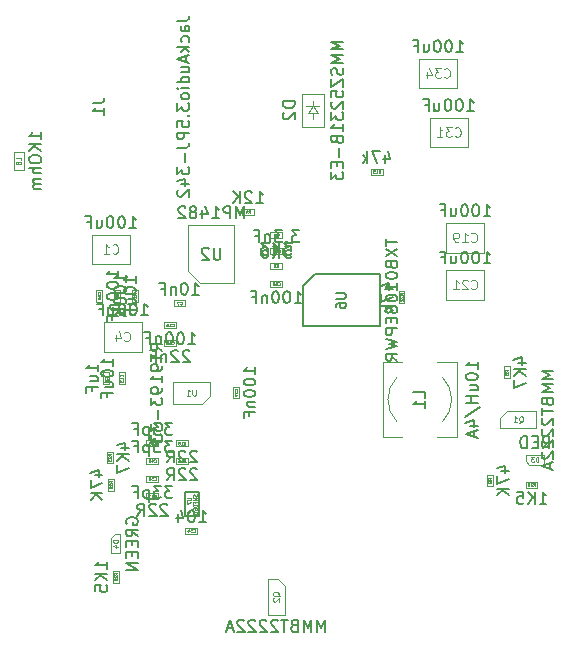
<source format=gbr>
G04 #@! TF.FileFunction,Other,Fab,Bot*
%FSLAX46Y46*%
G04 Gerber Fmt 4.6, Leading zero omitted, Abs format (unit mm)*
G04 Created by KiCad (PCBNEW 4.0.5+dfsg1-4) date Tue Aug 14 14:25:04 2018*
%MOMM*%
%LPD*%
G01*
G04 APERTURE LIST*
%ADD10C,0.100000*%
%ADD11C,0.150000*%
%ADD12C,0.120000*%
%ADD13C,0.040000*%
%ADD14C,0.060000*%
%ADD15C,0.075000*%
G04 APERTURE END LIST*
D10*
X58400000Y-98350000D02*
X58400000Y-100850000D01*
X58400000Y-100850000D02*
X61600000Y-100850000D01*
X61600000Y-100850000D02*
X61600000Y-98350000D01*
X61600000Y-98350000D02*
X58400000Y-98350000D01*
X60750000Y-103000000D02*
X60250000Y-103000000D01*
X60250000Y-103000000D02*
X60250000Y-104000000D01*
X60250000Y-104000000D02*
X60750000Y-104000000D01*
X60750000Y-104000000D02*
X60750000Y-103000000D01*
X59350000Y-111000000D02*
X59850000Y-111000000D01*
X59850000Y-111000000D02*
X59850000Y-110000000D01*
X59850000Y-110000000D02*
X59350000Y-110000000D01*
X59350000Y-110000000D02*
X59350000Y-111000000D01*
X59400000Y-105750000D02*
X59400000Y-108250000D01*
X59400000Y-108250000D02*
X62600000Y-108250000D01*
X62600000Y-108250000D02*
X62600000Y-105750000D01*
X62600000Y-105750000D02*
X59400000Y-105750000D01*
X65298700Y-103890000D02*
X65298700Y-104390000D01*
X65298700Y-104390000D02*
X66298700Y-104390000D01*
X66298700Y-104390000D02*
X66298700Y-103890000D01*
X66298700Y-103890000D02*
X65298700Y-103890000D01*
X65500000Y-107750000D02*
X65500000Y-107250000D01*
X65500000Y-107250000D02*
X64500000Y-107250000D01*
X64500000Y-107250000D02*
X64500000Y-107750000D01*
X64500000Y-107750000D02*
X65500000Y-107750000D01*
X60650000Y-111000000D02*
X61150000Y-111000000D01*
X61150000Y-111000000D02*
X61150000Y-110000000D01*
X61150000Y-110000000D02*
X60650000Y-110000000D01*
X60650000Y-110000000D02*
X60650000Y-111000000D01*
X65500000Y-106250000D02*
X65500000Y-105750000D01*
X65500000Y-105750000D02*
X64500000Y-105750000D01*
X64500000Y-105750000D02*
X64500000Y-106250000D01*
X64500000Y-106250000D02*
X65500000Y-106250000D01*
X70850000Y-111200000D02*
X70350000Y-111200000D01*
X70350000Y-111200000D02*
X70350000Y-112200000D01*
X70350000Y-112200000D02*
X70850000Y-112200000D01*
X70850000Y-112200000D02*
X70850000Y-111200000D01*
X73500000Y-99450000D02*
X73500000Y-99950000D01*
X73500000Y-99950000D02*
X74500000Y-99950000D01*
X74500000Y-99950000D02*
X74500000Y-99450000D01*
X74500000Y-99450000D02*
X73500000Y-99450000D01*
X88400000Y-97350000D02*
X88400000Y-99850000D01*
X88400000Y-99850000D02*
X91600000Y-99850000D01*
X91600000Y-99850000D02*
X91600000Y-97350000D01*
X91600000Y-97350000D02*
X88400000Y-97350000D01*
X88400000Y-101350000D02*
X88400000Y-103850000D01*
X88400000Y-103850000D02*
X91600000Y-103850000D01*
X91600000Y-103850000D02*
X91600000Y-101350000D01*
X91600000Y-101350000D02*
X88400000Y-101350000D01*
X87000000Y-88450000D02*
X87000000Y-90950000D01*
X87000000Y-90950000D02*
X90200000Y-90950000D01*
X90200000Y-90950000D02*
X90200000Y-88450000D01*
X90200000Y-88450000D02*
X87000000Y-88450000D01*
X86100000Y-83450000D02*
X86100000Y-85950000D01*
X86100000Y-85950000D02*
X89300000Y-85950000D01*
X89300000Y-85950000D02*
X89300000Y-83450000D01*
X89300000Y-83450000D02*
X86100000Y-83450000D01*
X63000000Y-117250000D02*
X63000000Y-117750000D01*
X63000000Y-117750000D02*
X64000000Y-117750000D01*
X64000000Y-117750000D02*
X64000000Y-117250000D01*
X64000000Y-117250000D02*
X63000000Y-117250000D01*
X64000000Y-119250000D02*
X64000000Y-118750000D01*
X64000000Y-118750000D02*
X63000000Y-118750000D01*
X63000000Y-118750000D02*
X63000000Y-119250000D01*
X63000000Y-119250000D02*
X64000000Y-119250000D01*
X63000000Y-115751800D02*
X63000000Y-116251800D01*
X63000000Y-116251800D02*
X64000000Y-116251800D01*
X64000000Y-116251800D02*
X64000000Y-115751800D01*
X64000000Y-115751800D02*
X63000000Y-115751800D01*
X66300000Y-123150000D02*
X66300000Y-123650000D01*
X66300000Y-123650000D02*
X67300000Y-123650000D01*
X67300000Y-123650000D02*
X67300000Y-123150000D01*
X67300000Y-123150000D02*
X66300000Y-123150000D01*
X74500000Y-102750000D02*
X74500000Y-102250000D01*
X74500000Y-102250000D02*
X73500000Y-102250000D01*
X73500000Y-102250000D02*
X73500000Y-102750000D01*
X73500000Y-102750000D02*
X74500000Y-102750000D01*
X59250000Y-103000000D02*
X58750000Y-103000000D01*
X58750000Y-103000000D02*
X58750000Y-104000000D01*
X58750000Y-104000000D02*
X59250000Y-104000000D01*
X59250000Y-104000000D02*
X59250000Y-103000000D01*
X77100000Y-88050000D02*
X77100000Y-88550000D01*
X77500000Y-88050000D02*
X77100000Y-87450000D01*
X76700000Y-88050000D02*
X77500000Y-88050000D01*
X77100000Y-87450000D02*
X76700000Y-88050000D01*
X77100000Y-87450000D02*
X77650000Y-87450000D01*
X77100000Y-87450000D02*
X76550000Y-87450000D01*
X77100000Y-87050000D02*
X77100000Y-87450000D01*
X78000000Y-86400000D02*
X76200000Y-86400000D01*
X78000000Y-89200000D02*
X78000000Y-86400000D01*
X76200000Y-89200000D02*
X78000000Y-89200000D01*
X76200000Y-86400000D02*
X76200000Y-89200000D01*
X96700000Y-117800000D02*
X95400000Y-117800000D01*
X95400000Y-117800000D02*
X95100000Y-117500000D01*
X95100000Y-117500000D02*
X95100000Y-117000000D01*
X95100000Y-117000000D02*
X96700000Y-117000000D01*
X96700000Y-117000000D02*
X96700000Y-117800000D01*
X60000000Y-125300000D02*
X60000000Y-124000000D01*
X60000000Y-124000000D02*
X60300000Y-123700000D01*
X60300000Y-123700000D02*
X60800000Y-123700000D01*
X60800000Y-123700000D02*
X60800000Y-125300000D01*
X60800000Y-125300000D02*
X60000000Y-125300000D01*
X89294100Y-115443400D02*
X87644100Y-115443400D01*
X82994100Y-115443400D02*
X84644100Y-115443400D01*
X89294100Y-109143400D02*
X87644100Y-109143400D01*
X82994100Y-109143400D02*
X84644100Y-109143400D01*
X82994100Y-109143400D02*
X82994100Y-115443400D01*
X89294100Y-109143400D02*
X89294100Y-115443400D01*
X84234100Y-114203400D02*
G75*
G02X84234100Y-110383400I1910000J1910000D01*
G01*
X88054100Y-110383400D02*
G75*
G02X88054100Y-114203400I-1910000J-1910000D01*
G01*
X93550000Y-113300000D02*
X96000000Y-113300000D01*
X92980000Y-113850000D02*
X92980000Y-114700000D01*
X93550000Y-113300000D02*
X92980000Y-113850000D01*
X92980000Y-114700000D02*
X96020000Y-114700000D01*
X96020000Y-113300000D02*
X96020000Y-114700000D01*
X74700000Y-128050000D02*
X74700000Y-130500000D01*
X74150000Y-127480000D02*
X73300000Y-127480000D01*
X74700000Y-128050000D02*
X74150000Y-127480000D01*
X73300000Y-127480000D02*
X73300000Y-130520000D01*
X74700000Y-130520000D02*
X73300000Y-130520000D01*
X61750000Y-104000000D02*
X62250000Y-104000000D01*
X62250000Y-104000000D02*
X62250000Y-103000000D01*
X62250000Y-103000000D02*
X61750000Y-103000000D01*
X61750000Y-103000000D02*
X61750000Y-104000000D01*
X73500000Y-100750000D02*
X73500000Y-101250000D01*
X73500000Y-101250000D02*
X74500000Y-101250000D01*
X74500000Y-101250000D02*
X74500000Y-100750000D01*
X74500000Y-100750000D02*
X73500000Y-100750000D01*
X71100000Y-96150000D02*
X71100000Y-96650000D01*
X71100000Y-96650000D02*
X72100000Y-96650000D01*
X72100000Y-96650000D02*
X72100000Y-96150000D01*
X72100000Y-96150000D02*
X71100000Y-96150000D01*
X74500000Y-98650000D02*
X74500000Y-98150000D01*
X74500000Y-98150000D02*
X73500000Y-98150000D01*
X73500000Y-98150000D02*
X73500000Y-98650000D01*
X73500000Y-98650000D02*
X74500000Y-98650000D01*
X93750000Y-109500000D02*
X93250000Y-109500000D01*
X93250000Y-109500000D02*
X93250000Y-110500000D01*
X93250000Y-110500000D02*
X93750000Y-110500000D01*
X93750000Y-110500000D02*
X93750000Y-109500000D01*
X92337700Y-118651400D02*
X91837700Y-118651400D01*
X91837700Y-118651400D02*
X91837700Y-119651400D01*
X91837700Y-119651400D02*
X92337700Y-119651400D01*
X92337700Y-119651400D02*
X92337700Y-118651400D01*
X82000000Y-92750000D02*
X82000000Y-93250000D01*
X82000000Y-93250000D02*
X83000000Y-93250000D01*
X83000000Y-93250000D02*
X83000000Y-92750000D01*
X83000000Y-92750000D02*
X82000000Y-92750000D01*
X66500000Y-117750000D02*
X66500000Y-117250000D01*
X66500000Y-117250000D02*
X65500000Y-117250000D01*
X65500000Y-117250000D02*
X65500000Y-117750000D01*
X65500000Y-117750000D02*
X66500000Y-117750000D01*
X64000000Y-120750000D02*
X64000000Y-120250000D01*
X64000000Y-120250000D02*
X63000000Y-120250000D01*
X63000000Y-120250000D02*
X63000000Y-120750000D01*
X63000000Y-120750000D02*
X64000000Y-120750000D01*
X66500000Y-116250000D02*
X66500000Y-115750000D01*
X66500000Y-115750000D02*
X65500000Y-115750000D01*
X65500000Y-115750000D02*
X65500000Y-116250000D01*
X65500000Y-116250000D02*
X66500000Y-116250000D01*
X84350000Y-104100000D02*
X84850000Y-104100000D01*
X84850000Y-104100000D02*
X84850000Y-103100000D01*
X84850000Y-103100000D02*
X84350000Y-103100000D01*
X84350000Y-103100000D02*
X84350000Y-104100000D01*
X60150000Y-116700000D02*
X59650000Y-116700000D01*
X59650000Y-116700000D02*
X59650000Y-117700000D01*
X59650000Y-117700000D02*
X60150000Y-117700000D01*
X60150000Y-117700000D02*
X60150000Y-116700000D01*
X59750000Y-120000000D02*
X60250000Y-120000000D01*
X60250000Y-120000000D02*
X60250000Y-119000000D01*
X60250000Y-119000000D02*
X59750000Y-119000000D01*
X59750000Y-119000000D02*
X59750000Y-120000000D01*
X96100000Y-119750000D02*
X96100000Y-119250000D01*
X96100000Y-119250000D02*
X95100000Y-119250000D01*
X95100000Y-119250000D02*
X95100000Y-119750000D01*
X95100000Y-119750000D02*
X96100000Y-119750000D01*
X60150000Y-127800000D02*
X60650000Y-127800000D01*
X60650000Y-127800000D02*
X60650000Y-126800000D01*
X60650000Y-126800000D02*
X60150000Y-126800000D01*
X60150000Y-126800000D02*
X60150000Y-127800000D01*
X67702000Y-112634600D02*
X68352000Y-111984600D01*
X68352000Y-110834600D02*
X68352000Y-111984600D01*
X67702000Y-112634600D02*
X65252000Y-112634600D01*
X65252000Y-110834600D02*
X65252000Y-112634600D01*
X68352000Y-110834600D02*
X65252000Y-110834600D01*
D11*
X66727400Y-121858000D02*
G75*
G03X66727400Y-121858000I-100000J0D01*
G01*
X67427400Y-122158000D02*
X67427400Y-120158000D01*
X67427400Y-120158000D02*
X66227400Y-120158000D01*
X66227400Y-120158000D02*
X66227400Y-122158000D01*
X66227400Y-122158000D02*
X67427400Y-122158000D01*
D10*
X52600000Y-91300000D02*
X51800000Y-91300000D01*
X51800000Y-91300000D02*
X51800000Y-92900000D01*
X51800000Y-92900000D02*
X52600000Y-92900000D01*
X52600000Y-92900000D02*
X52600000Y-91300000D01*
D11*
X76250000Y-102700000D02*
X76250000Y-106100000D01*
X76250000Y-106100000D02*
X82750000Y-106100000D01*
X82750000Y-106100000D02*
X82750000Y-101700000D01*
X82750000Y-101700000D02*
X77250000Y-101700000D01*
X77250000Y-101700000D02*
X76250000Y-102700000D01*
D10*
X67550000Y-102450000D02*
X70450000Y-102450000D01*
X70450000Y-102450000D02*
X70450000Y-97550000D01*
X70450000Y-97550000D02*
X66550000Y-97550000D01*
X66550000Y-97550000D02*
X66550000Y-101450000D01*
X66550000Y-101450000D02*
X67550000Y-102450000D01*
D11*
X61547619Y-97772381D02*
X62119048Y-97772381D01*
X61833334Y-97772381D02*
X61833334Y-96772381D01*
X61928572Y-96915238D01*
X62023810Y-97010476D01*
X62119048Y-97058095D01*
X60928572Y-96772381D02*
X60833333Y-96772381D01*
X60738095Y-96820000D01*
X60690476Y-96867619D01*
X60642857Y-96962857D01*
X60595238Y-97153333D01*
X60595238Y-97391429D01*
X60642857Y-97581905D01*
X60690476Y-97677143D01*
X60738095Y-97724762D01*
X60833333Y-97772381D01*
X60928572Y-97772381D01*
X61023810Y-97724762D01*
X61071429Y-97677143D01*
X61119048Y-97581905D01*
X61166667Y-97391429D01*
X61166667Y-97153333D01*
X61119048Y-96962857D01*
X61071429Y-96867619D01*
X61023810Y-96820000D01*
X60928572Y-96772381D01*
X59976191Y-96772381D02*
X59880952Y-96772381D01*
X59785714Y-96820000D01*
X59738095Y-96867619D01*
X59690476Y-96962857D01*
X59642857Y-97153333D01*
X59642857Y-97391429D01*
X59690476Y-97581905D01*
X59738095Y-97677143D01*
X59785714Y-97724762D01*
X59880952Y-97772381D01*
X59976191Y-97772381D01*
X60071429Y-97724762D01*
X60119048Y-97677143D01*
X60166667Y-97581905D01*
X60214286Y-97391429D01*
X60214286Y-97153333D01*
X60166667Y-96962857D01*
X60119048Y-96867619D01*
X60071429Y-96820000D01*
X59976191Y-96772381D01*
X58785714Y-97105714D02*
X58785714Y-97772381D01*
X59214286Y-97105714D02*
X59214286Y-97629524D01*
X59166667Y-97724762D01*
X59071429Y-97772381D01*
X58928571Y-97772381D01*
X58833333Y-97724762D01*
X58785714Y-97677143D01*
X57976190Y-97248571D02*
X58309524Y-97248571D01*
X58309524Y-97772381D02*
X58309524Y-96772381D01*
X57833333Y-96772381D01*
D12*
X60133333Y-99885714D02*
X60171428Y-99923810D01*
X60285714Y-99961905D01*
X60361904Y-99961905D01*
X60476190Y-99923810D01*
X60552381Y-99847619D01*
X60590476Y-99771429D01*
X60628571Y-99619048D01*
X60628571Y-99504762D01*
X60590476Y-99352381D01*
X60552381Y-99276190D01*
X60476190Y-99200000D01*
X60361904Y-99161905D01*
X60285714Y-99161905D01*
X60171428Y-99200000D01*
X60133333Y-99238095D01*
X59371428Y-99961905D02*
X59828571Y-99961905D01*
X59600000Y-99961905D02*
X59600000Y-99161905D01*
X59676190Y-99276190D01*
X59752381Y-99352381D01*
X59828571Y-99390476D01*
D11*
X62122381Y-102428572D02*
X62122381Y-101857143D01*
X62122381Y-102142857D02*
X61122381Y-102142857D01*
X61265238Y-102047619D01*
X61360476Y-101952381D01*
X61408095Y-101857143D01*
X61122381Y-103047619D02*
X61122381Y-103142858D01*
X61170000Y-103238096D01*
X61217619Y-103285715D01*
X61312857Y-103333334D01*
X61503333Y-103380953D01*
X61741429Y-103380953D01*
X61931905Y-103333334D01*
X62027143Y-103285715D01*
X62074762Y-103238096D01*
X62122381Y-103142858D01*
X62122381Y-103047619D01*
X62074762Y-102952381D01*
X62027143Y-102904762D01*
X61931905Y-102857143D01*
X61741429Y-102809524D01*
X61503333Y-102809524D01*
X61312857Y-102857143D01*
X61217619Y-102904762D01*
X61170000Y-102952381D01*
X61122381Y-103047619D01*
X61455714Y-104238096D02*
X62122381Y-104238096D01*
X61455714Y-103809524D02*
X61979524Y-103809524D01*
X62074762Y-103857143D01*
X62122381Y-103952381D01*
X62122381Y-104095239D01*
X62074762Y-104190477D01*
X62027143Y-104238096D01*
X61598571Y-105047620D02*
X61598571Y-104714286D01*
X62122381Y-104714286D02*
X61122381Y-104714286D01*
X61122381Y-105190477D01*
D13*
X60589286Y-103458334D02*
X60601190Y-103446429D01*
X60613095Y-103410715D01*
X60613095Y-103386905D01*
X60601190Y-103351191D01*
X60577381Y-103327382D01*
X60553571Y-103315477D01*
X60505952Y-103303572D01*
X60470238Y-103303572D01*
X60422619Y-103315477D01*
X60398810Y-103327382D01*
X60375000Y-103351191D01*
X60363095Y-103386905D01*
X60363095Y-103410715D01*
X60375000Y-103446429D01*
X60386905Y-103458334D01*
X60386905Y-103553572D02*
X60375000Y-103565477D01*
X60363095Y-103589286D01*
X60363095Y-103648810D01*
X60375000Y-103672620D01*
X60386905Y-103684524D01*
X60410714Y-103696429D01*
X60434524Y-103696429D01*
X60470238Y-103684524D01*
X60613095Y-103541667D01*
X60613095Y-103696429D01*
D11*
X58882381Y-109904762D02*
X58882381Y-109333333D01*
X58882381Y-109619047D02*
X57882381Y-109619047D01*
X58025238Y-109523809D01*
X58120476Y-109428571D01*
X58168095Y-109333333D01*
X58215714Y-110761905D02*
X58882381Y-110761905D01*
X58215714Y-110333333D02*
X58739524Y-110333333D01*
X58834762Y-110380952D01*
X58882381Y-110476190D01*
X58882381Y-110619048D01*
X58834762Y-110714286D01*
X58787143Y-110761905D01*
X58358571Y-111571429D02*
X58358571Y-111238095D01*
X58882381Y-111238095D02*
X57882381Y-111238095D01*
X57882381Y-111714286D01*
D13*
X59689286Y-110458334D02*
X59701190Y-110446429D01*
X59713095Y-110410715D01*
X59713095Y-110386905D01*
X59701190Y-110351191D01*
X59677381Y-110327382D01*
X59653571Y-110315477D01*
X59605952Y-110303572D01*
X59570238Y-110303572D01*
X59522619Y-110315477D01*
X59498810Y-110327382D01*
X59475000Y-110351191D01*
X59463095Y-110386905D01*
X59463095Y-110410715D01*
X59475000Y-110446429D01*
X59486905Y-110458334D01*
X59463095Y-110541667D02*
X59463095Y-110696429D01*
X59558333Y-110613096D01*
X59558333Y-110648810D01*
X59570238Y-110672620D01*
X59582143Y-110684524D01*
X59605952Y-110696429D01*
X59665476Y-110696429D01*
X59689286Y-110684524D01*
X59701190Y-110672620D01*
X59713095Y-110648810D01*
X59713095Y-110577382D01*
X59701190Y-110553572D01*
X59689286Y-110541667D01*
D11*
X62547619Y-105172381D02*
X63119048Y-105172381D01*
X62833334Y-105172381D02*
X62833334Y-104172381D01*
X62928572Y-104315238D01*
X63023810Y-104410476D01*
X63119048Y-104458095D01*
X61928572Y-104172381D02*
X61833333Y-104172381D01*
X61738095Y-104220000D01*
X61690476Y-104267619D01*
X61642857Y-104362857D01*
X61595238Y-104553333D01*
X61595238Y-104791429D01*
X61642857Y-104981905D01*
X61690476Y-105077143D01*
X61738095Y-105124762D01*
X61833333Y-105172381D01*
X61928572Y-105172381D01*
X62023810Y-105124762D01*
X62071429Y-105077143D01*
X62119048Y-104981905D01*
X62166667Y-104791429D01*
X62166667Y-104553333D01*
X62119048Y-104362857D01*
X62071429Y-104267619D01*
X62023810Y-104220000D01*
X61928572Y-104172381D01*
X60976191Y-104172381D02*
X60880952Y-104172381D01*
X60785714Y-104220000D01*
X60738095Y-104267619D01*
X60690476Y-104362857D01*
X60642857Y-104553333D01*
X60642857Y-104791429D01*
X60690476Y-104981905D01*
X60738095Y-105077143D01*
X60785714Y-105124762D01*
X60880952Y-105172381D01*
X60976191Y-105172381D01*
X61071429Y-105124762D01*
X61119048Y-105077143D01*
X61166667Y-104981905D01*
X61214286Y-104791429D01*
X61214286Y-104553333D01*
X61166667Y-104362857D01*
X61119048Y-104267619D01*
X61071429Y-104220000D01*
X60976191Y-104172381D01*
X59785714Y-104505714D02*
X59785714Y-105172381D01*
X60214286Y-104505714D02*
X60214286Y-105029524D01*
X60166667Y-105124762D01*
X60071429Y-105172381D01*
X59928571Y-105172381D01*
X59833333Y-105124762D01*
X59785714Y-105077143D01*
X58976190Y-104648571D02*
X59309524Y-104648571D01*
X59309524Y-105172381D02*
X59309524Y-104172381D01*
X58833333Y-104172381D01*
D12*
X61133333Y-107285714D02*
X61171428Y-107323810D01*
X61285714Y-107361905D01*
X61361904Y-107361905D01*
X61476190Y-107323810D01*
X61552381Y-107247619D01*
X61590476Y-107171429D01*
X61628571Y-107019048D01*
X61628571Y-106904762D01*
X61590476Y-106752381D01*
X61552381Y-106676190D01*
X61476190Y-106600000D01*
X61361904Y-106561905D01*
X61285714Y-106561905D01*
X61171428Y-106600000D01*
X61133333Y-106638095D01*
X60447619Y-106828571D02*
X60447619Y-107361905D01*
X60638095Y-106523810D02*
X60828571Y-107095238D01*
X60333333Y-107095238D01*
D11*
X66870128Y-103422381D02*
X67441557Y-103422381D01*
X67155843Y-103422381D02*
X67155843Y-102422381D01*
X67251081Y-102565238D01*
X67346319Y-102660476D01*
X67441557Y-102708095D01*
X66251081Y-102422381D02*
X66155842Y-102422381D01*
X66060604Y-102470000D01*
X66012985Y-102517619D01*
X65965366Y-102612857D01*
X65917747Y-102803333D01*
X65917747Y-103041429D01*
X65965366Y-103231905D01*
X66012985Y-103327143D01*
X66060604Y-103374762D01*
X66155842Y-103422381D01*
X66251081Y-103422381D01*
X66346319Y-103374762D01*
X66393938Y-103327143D01*
X66441557Y-103231905D01*
X66489176Y-103041429D01*
X66489176Y-102803333D01*
X66441557Y-102612857D01*
X66393938Y-102517619D01*
X66346319Y-102470000D01*
X66251081Y-102422381D01*
X65489176Y-102755714D02*
X65489176Y-103422381D01*
X65489176Y-102850952D02*
X65441557Y-102803333D01*
X65346319Y-102755714D01*
X65203461Y-102755714D01*
X65108223Y-102803333D01*
X65060604Y-102898571D01*
X65060604Y-103422381D01*
X64251080Y-102898571D02*
X64584414Y-102898571D01*
X64584414Y-103422381D02*
X64584414Y-102422381D01*
X64108223Y-102422381D01*
D13*
X65840366Y-104229286D02*
X65852271Y-104241190D01*
X65887985Y-104253095D01*
X65911795Y-104253095D01*
X65947509Y-104241190D01*
X65971318Y-104217381D01*
X65983223Y-104193571D01*
X65995128Y-104145952D01*
X65995128Y-104110238D01*
X65983223Y-104062619D01*
X65971318Y-104038810D01*
X65947509Y-104015000D01*
X65911795Y-104003095D01*
X65887985Y-104003095D01*
X65852271Y-104015000D01*
X65840366Y-104026905D01*
X65757033Y-104003095D02*
X65590366Y-104003095D01*
X65697509Y-104253095D01*
D11*
X66642857Y-108217619D02*
X66595238Y-108170000D01*
X66500000Y-108122381D01*
X66261904Y-108122381D01*
X66166666Y-108170000D01*
X66119047Y-108217619D01*
X66071428Y-108312857D01*
X66071428Y-108408095D01*
X66119047Y-108550952D01*
X66690476Y-109122381D01*
X66071428Y-109122381D01*
X65690476Y-108217619D02*
X65642857Y-108170000D01*
X65547619Y-108122381D01*
X65309523Y-108122381D01*
X65214285Y-108170000D01*
X65166666Y-108217619D01*
X65119047Y-108312857D01*
X65119047Y-108408095D01*
X65166666Y-108550952D01*
X65738095Y-109122381D01*
X65119047Y-109122381D01*
X64690476Y-108455714D02*
X64690476Y-109122381D01*
X64690476Y-108550952D02*
X64642857Y-108503333D01*
X64547619Y-108455714D01*
X64404761Y-108455714D01*
X64309523Y-108503333D01*
X64261904Y-108598571D01*
X64261904Y-109122381D01*
X63452380Y-108598571D02*
X63785714Y-108598571D01*
X63785714Y-109122381D02*
X63785714Y-108122381D01*
X63309523Y-108122381D01*
D13*
X65160714Y-107589286D02*
X65172619Y-107601190D01*
X65208333Y-107613095D01*
X65232143Y-107613095D01*
X65267857Y-107601190D01*
X65291666Y-107577381D01*
X65303571Y-107553571D01*
X65315476Y-107505952D01*
X65315476Y-107470238D01*
X65303571Y-107422619D01*
X65291666Y-107398810D01*
X65267857Y-107375000D01*
X65232143Y-107363095D01*
X65208333Y-107363095D01*
X65172619Y-107375000D01*
X65160714Y-107386905D01*
X64922619Y-107613095D02*
X65065476Y-107613095D01*
X64994047Y-107613095D02*
X64994047Y-107363095D01*
X65017857Y-107398810D01*
X65041666Y-107422619D01*
X65065476Y-107434524D01*
X64827381Y-107386905D02*
X64815476Y-107375000D01*
X64791667Y-107363095D01*
X64732143Y-107363095D01*
X64708333Y-107375000D01*
X64696429Y-107386905D01*
X64684524Y-107410714D01*
X64684524Y-107434524D01*
X64696429Y-107470238D01*
X64839286Y-107613095D01*
X64684524Y-107613095D01*
D11*
X60182381Y-109428572D02*
X60182381Y-108857143D01*
X60182381Y-109142857D02*
X59182381Y-109142857D01*
X59325238Y-109047619D01*
X59420476Y-108952381D01*
X59468095Y-108857143D01*
X59182381Y-110047619D02*
X59182381Y-110142858D01*
X59230000Y-110238096D01*
X59277619Y-110285715D01*
X59372857Y-110333334D01*
X59563333Y-110380953D01*
X59801429Y-110380953D01*
X59991905Y-110333334D01*
X60087143Y-110285715D01*
X60134762Y-110238096D01*
X60182381Y-110142858D01*
X60182381Y-110047619D01*
X60134762Y-109952381D01*
X60087143Y-109904762D01*
X59991905Y-109857143D01*
X59801429Y-109809524D01*
X59563333Y-109809524D01*
X59372857Y-109857143D01*
X59277619Y-109904762D01*
X59230000Y-109952381D01*
X59182381Y-110047619D01*
X59515714Y-111238096D02*
X60182381Y-111238096D01*
X59515714Y-110809524D02*
X60039524Y-110809524D01*
X60134762Y-110857143D01*
X60182381Y-110952381D01*
X60182381Y-111095239D01*
X60134762Y-111190477D01*
X60087143Y-111238096D01*
X59658571Y-112047620D02*
X59658571Y-111714286D01*
X60182381Y-111714286D02*
X59182381Y-111714286D01*
X59182381Y-112190477D01*
D13*
X60989286Y-110339286D02*
X61001190Y-110327381D01*
X61013095Y-110291667D01*
X61013095Y-110267857D01*
X61001190Y-110232143D01*
X60977381Y-110208334D01*
X60953571Y-110196429D01*
X60905952Y-110184524D01*
X60870238Y-110184524D01*
X60822619Y-110196429D01*
X60798810Y-110208334D01*
X60775000Y-110232143D01*
X60763095Y-110267857D01*
X60763095Y-110291667D01*
X60775000Y-110327381D01*
X60786905Y-110339286D01*
X61013095Y-110577381D02*
X61013095Y-110434524D01*
X61013095Y-110505953D02*
X60763095Y-110505953D01*
X60798810Y-110482143D01*
X60822619Y-110458334D01*
X60834524Y-110434524D01*
X60763095Y-110660714D02*
X60763095Y-110815476D01*
X60858333Y-110732143D01*
X60858333Y-110767857D01*
X60870238Y-110791667D01*
X60882143Y-110803571D01*
X60905952Y-110815476D01*
X60965476Y-110815476D01*
X60989286Y-110803571D01*
X61001190Y-110791667D01*
X61013095Y-110767857D01*
X61013095Y-110696429D01*
X61001190Y-110672619D01*
X60989286Y-110660714D01*
D11*
X66547619Y-107622381D02*
X67119048Y-107622381D01*
X66833334Y-107622381D02*
X66833334Y-106622381D01*
X66928572Y-106765238D01*
X67023810Y-106860476D01*
X67119048Y-106908095D01*
X65928572Y-106622381D02*
X65833333Y-106622381D01*
X65738095Y-106670000D01*
X65690476Y-106717619D01*
X65642857Y-106812857D01*
X65595238Y-107003333D01*
X65595238Y-107241429D01*
X65642857Y-107431905D01*
X65690476Y-107527143D01*
X65738095Y-107574762D01*
X65833333Y-107622381D01*
X65928572Y-107622381D01*
X66023810Y-107574762D01*
X66071429Y-107527143D01*
X66119048Y-107431905D01*
X66166667Y-107241429D01*
X66166667Y-107003333D01*
X66119048Y-106812857D01*
X66071429Y-106717619D01*
X66023810Y-106670000D01*
X65928572Y-106622381D01*
X64976191Y-106622381D02*
X64880952Y-106622381D01*
X64785714Y-106670000D01*
X64738095Y-106717619D01*
X64690476Y-106812857D01*
X64642857Y-107003333D01*
X64642857Y-107241429D01*
X64690476Y-107431905D01*
X64738095Y-107527143D01*
X64785714Y-107574762D01*
X64880952Y-107622381D01*
X64976191Y-107622381D01*
X65071429Y-107574762D01*
X65119048Y-107527143D01*
X65166667Y-107431905D01*
X65214286Y-107241429D01*
X65214286Y-107003333D01*
X65166667Y-106812857D01*
X65119048Y-106717619D01*
X65071429Y-106670000D01*
X64976191Y-106622381D01*
X64214286Y-106955714D02*
X64214286Y-107622381D01*
X64214286Y-107050952D02*
X64166667Y-107003333D01*
X64071429Y-106955714D01*
X63928571Y-106955714D01*
X63833333Y-107003333D01*
X63785714Y-107098571D01*
X63785714Y-107622381D01*
X62976190Y-107098571D02*
X63309524Y-107098571D01*
X63309524Y-107622381D02*
X63309524Y-106622381D01*
X62833333Y-106622381D01*
D13*
X65160714Y-106089286D02*
X65172619Y-106101190D01*
X65208333Y-106113095D01*
X65232143Y-106113095D01*
X65267857Y-106101190D01*
X65291666Y-106077381D01*
X65303571Y-106053571D01*
X65315476Y-106005952D01*
X65315476Y-105970238D01*
X65303571Y-105922619D01*
X65291666Y-105898810D01*
X65267857Y-105875000D01*
X65232143Y-105863095D01*
X65208333Y-105863095D01*
X65172619Y-105875000D01*
X65160714Y-105886905D01*
X64922619Y-106113095D02*
X65065476Y-106113095D01*
X64994047Y-106113095D02*
X64994047Y-105863095D01*
X65017857Y-105898810D01*
X65041666Y-105922619D01*
X65065476Y-105934524D01*
X64708333Y-105863095D02*
X64755952Y-105863095D01*
X64779762Y-105875000D01*
X64791667Y-105886905D01*
X64815476Y-105922619D01*
X64827381Y-105970238D01*
X64827381Y-106065476D01*
X64815476Y-106089286D01*
X64803571Y-106101190D01*
X64779762Y-106113095D01*
X64732143Y-106113095D01*
X64708333Y-106101190D01*
X64696429Y-106089286D01*
X64684524Y-106065476D01*
X64684524Y-106005952D01*
X64696429Y-105982143D01*
X64708333Y-105970238D01*
X64732143Y-105958333D01*
X64779762Y-105958333D01*
X64803571Y-105970238D01*
X64815476Y-105982143D01*
X64827381Y-106005952D01*
D11*
X72222381Y-110152381D02*
X72222381Y-109580952D01*
X72222381Y-109866666D02*
X71222381Y-109866666D01*
X71365238Y-109771428D01*
X71460476Y-109676190D01*
X71508095Y-109580952D01*
X71222381Y-110771428D02*
X71222381Y-110866667D01*
X71270000Y-110961905D01*
X71317619Y-111009524D01*
X71412857Y-111057143D01*
X71603333Y-111104762D01*
X71841429Y-111104762D01*
X72031905Y-111057143D01*
X72127143Y-111009524D01*
X72174762Y-110961905D01*
X72222381Y-110866667D01*
X72222381Y-110771428D01*
X72174762Y-110676190D01*
X72127143Y-110628571D01*
X72031905Y-110580952D01*
X71841429Y-110533333D01*
X71603333Y-110533333D01*
X71412857Y-110580952D01*
X71317619Y-110628571D01*
X71270000Y-110676190D01*
X71222381Y-110771428D01*
X71222381Y-111723809D02*
X71222381Y-111819048D01*
X71270000Y-111914286D01*
X71317619Y-111961905D01*
X71412857Y-112009524D01*
X71603333Y-112057143D01*
X71841429Y-112057143D01*
X72031905Y-112009524D01*
X72127143Y-111961905D01*
X72174762Y-111914286D01*
X72222381Y-111819048D01*
X72222381Y-111723809D01*
X72174762Y-111628571D01*
X72127143Y-111580952D01*
X72031905Y-111533333D01*
X71841429Y-111485714D01*
X71603333Y-111485714D01*
X71412857Y-111533333D01*
X71317619Y-111580952D01*
X71270000Y-111628571D01*
X71222381Y-111723809D01*
X71555714Y-112485714D02*
X72222381Y-112485714D01*
X71650952Y-112485714D02*
X71603333Y-112533333D01*
X71555714Y-112628571D01*
X71555714Y-112771429D01*
X71603333Y-112866667D01*
X71698571Y-112914286D01*
X72222381Y-112914286D01*
X71698571Y-113723810D02*
X71698571Y-113390476D01*
X72222381Y-113390476D02*
X71222381Y-113390476D01*
X71222381Y-113866667D01*
D13*
X70689286Y-111539286D02*
X70701190Y-111527381D01*
X70713095Y-111491667D01*
X70713095Y-111467857D01*
X70701190Y-111432143D01*
X70677381Y-111408334D01*
X70653571Y-111396429D01*
X70605952Y-111384524D01*
X70570238Y-111384524D01*
X70522619Y-111396429D01*
X70498810Y-111408334D01*
X70475000Y-111432143D01*
X70463095Y-111467857D01*
X70463095Y-111491667D01*
X70475000Y-111527381D01*
X70486905Y-111539286D01*
X70713095Y-111777381D02*
X70713095Y-111634524D01*
X70713095Y-111705953D02*
X70463095Y-111705953D01*
X70498810Y-111682143D01*
X70522619Y-111658334D01*
X70534524Y-111634524D01*
X70463095Y-111860714D02*
X70463095Y-112027381D01*
X70713095Y-111920238D01*
D11*
X75928571Y-97982381D02*
X75309523Y-97982381D01*
X75642857Y-98363333D01*
X75499999Y-98363333D01*
X75404761Y-98410952D01*
X75357142Y-98458571D01*
X75309523Y-98553810D01*
X75309523Y-98791905D01*
X75357142Y-98887143D01*
X75404761Y-98934762D01*
X75499999Y-98982381D01*
X75785714Y-98982381D01*
X75880952Y-98934762D01*
X75928571Y-98887143D01*
X74880952Y-98887143D02*
X74833333Y-98934762D01*
X74880952Y-98982381D01*
X74928571Y-98934762D01*
X74880952Y-98887143D01*
X74880952Y-98982381D01*
X74500000Y-97982381D02*
X73880952Y-97982381D01*
X74214286Y-98363333D01*
X74071428Y-98363333D01*
X73976190Y-98410952D01*
X73928571Y-98458571D01*
X73880952Y-98553810D01*
X73880952Y-98791905D01*
X73928571Y-98887143D01*
X73976190Y-98934762D01*
X74071428Y-98982381D01*
X74357143Y-98982381D01*
X74452381Y-98934762D01*
X74500000Y-98887143D01*
X73452381Y-98315714D02*
X73452381Y-98982381D01*
X73452381Y-98410952D02*
X73404762Y-98363333D01*
X73309524Y-98315714D01*
X73166666Y-98315714D01*
X73071428Y-98363333D01*
X73023809Y-98458571D01*
X73023809Y-98982381D01*
X72214285Y-98458571D02*
X72547619Y-98458571D01*
X72547619Y-98982381D02*
X72547619Y-97982381D01*
X72071428Y-97982381D01*
D13*
X74160714Y-99789286D02*
X74172619Y-99801190D01*
X74208333Y-99813095D01*
X74232143Y-99813095D01*
X74267857Y-99801190D01*
X74291666Y-99777381D01*
X74303571Y-99753571D01*
X74315476Y-99705952D01*
X74315476Y-99670238D01*
X74303571Y-99622619D01*
X74291666Y-99598810D01*
X74267857Y-99575000D01*
X74232143Y-99563095D01*
X74208333Y-99563095D01*
X74172619Y-99575000D01*
X74160714Y-99586905D01*
X73922619Y-99813095D02*
X74065476Y-99813095D01*
X73994047Y-99813095D02*
X73994047Y-99563095D01*
X74017857Y-99598810D01*
X74041666Y-99622619D01*
X74065476Y-99634524D01*
X73779762Y-99670238D02*
X73803571Y-99658333D01*
X73815476Y-99646429D01*
X73827381Y-99622619D01*
X73827381Y-99610714D01*
X73815476Y-99586905D01*
X73803571Y-99575000D01*
X73779762Y-99563095D01*
X73732143Y-99563095D01*
X73708333Y-99575000D01*
X73696429Y-99586905D01*
X73684524Y-99610714D01*
X73684524Y-99622619D01*
X73696429Y-99646429D01*
X73708333Y-99658333D01*
X73732143Y-99670238D01*
X73779762Y-99670238D01*
X73803571Y-99682143D01*
X73815476Y-99694048D01*
X73827381Y-99717857D01*
X73827381Y-99765476D01*
X73815476Y-99789286D01*
X73803571Y-99801190D01*
X73779762Y-99813095D01*
X73732143Y-99813095D01*
X73708333Y-99801190D01*
X73696429Y-99789286D01*
X73684524Y-99765476D01*
X73684524Y-99717857D01*
X73696429Y-99694048D01*
X73708333Y-99682143D01*
X73732143Y-99670238D01*
D11*
X91547619Y-96772381D02*
X92119048Y-96772381D01*
X91833334Y-96772381D02*
X91833334Y-95772381D01*
X91928572Y-95915238D01*
X92023810Y-96010476D01*
X92119048Y-96058095D01*
X90928572Y-95772381D02*
X90833333Y-95772381D01*
X90738095Y-95820000D01*
X90690476Y-95867619D01*
X90642857Y-95962857D01*
X90595238Y-96153333D01*
X90595238Y-96391429D01*
X90642857Y-96581905D01*
X90690476Y-96677143D01*
X90738095Y-96724762D01*
X90833333Y-96772381D01*
X90928572Y-96772381D01*
X91023810Y-96724762D01*
X91071429Y-96677143D01*
X91119048Y-96581905D01*
X91166667Y-96391429D01*
X91166667Y-96153333D01*
X91119048Y-95962857D01*
X91071429Y-95867619D01*
X91023810Y-95820000D01*
X90928572Y-95772381D01*
X89976191Y-95772381D02*
X89880952Y-95772381D01*
X89785714Y-95820000D01*
X89738095Y-95867619D01*
X89690476Y-95962857D01*
X89642857Y-96153333D01*
X89642857Y-96391429D01*
X89690476Y-96581905D01*
X89738095Y-96677143D01*
X89785714Y-96724762D01*
X89880952Y-96772381D01*
X89976191Y-96772381D01*
X90071429Y-96724762D01*
X90119048Y-96677143D01*
X90166667Y-96581905D01*
X90214286Y-96391429D01*
X90214286Y-96153333D01*
X90166667Y-95962857D01*
X90119048Y-95867619D01*
X90071429Y-95820000D01*
X89976191Y-95772381D01*
X88785714Y-96105714D02*
X88785714Y-96772381D01*
X89214286Y-96105714D02*
X89214286Y-96629524D01*
X89166667Y-96724762D01*
X89071429Y-96772381D01*
X88928571Y-96772381D01*
X88833333Y-96724762D01*
X88785714Y-96677143D01*
X87976190Y-96248571D02*
X88309524Y-96248571D01*
X88309524Y-96772381D02*
X88309524Y-95772381D01*
X87833333Y-95772381D01*
D12*
X90514286Y-98885714D02*
X90552381Y-98923810D01*
X90666667Y-98961905D01*
X90742857Y-98961905D01*
X90857143Y-98923810D01*
X90933334Y-98847619D01*
X90971429Y-98771429D01*
X91009524Y-98619048D01*
X91009524Y-98504762D01*
X90971429Y-98352381D01*
X90933334Y-98276190D01*
X90857143Y-98200000D01*
X90742857Y-98161905D01*
X90666667Y-98161905D01*
X90552381Y-98200000D01*
X90514286Y-98238095D01*
X89752381Y-98961905D02*
X90209524Y-98961905D01*
X89980953Y-98961905D02*
X89980953Y-98161905D01*
X90057143Y-98276190D01*
X90133334Y-98352381D01*
X90209524Y-98390476D01*
X89371429Y-98961905D02*
X89219048Y-98961905D01*
X89142857Y-98923810D01*
X89104762Y-98885714D01*
X89028571Y-98771429D01*
X88990476Y-98619048D01*
X88990476Y-98314286D01*
X89028571Y-98238095D01*
X89066667Y-98200000D01*
X89142857Y-98161905D01*
X89295238Y-98161905D01*
X89371429Y-98200000D01*
X89409524Y-98238095D01*
X89447619Y-98314286D01*
X89447619Y-98504762D01*
X89409524Y-98580952D01*
X89371429Y-98619048D01*
X89295238Y-98657143D01*
X89142857Y-98657143D01*
X89066667Y-98619048D01*
X89028571Y-98580952D01*
X88990476Y-98504762D01*
D11*
X91547619Y-100772381D02*
X92119048Y-100772381D01*
X91833334Y-100772381D02*
X91833334Y-99772381D01*
X91928572Y-99915238D01*
X92023810Y-100010476D01*
X92119048Y-100058095D01*
X90928572Y-99772381D02*
X90833333Y-99772381D01*
X90738095Y-99820000D01*
X90690476Y-99867619D01*
X90642857Y-99962857D01*
X90595238Y-100153333D01*
X90595238Y-100391429D01*
X90642857Y-100581905D01*
X90690476Y-100677143D01*
X90738095Y-100724762D01*
X90833333Y-100772381D01*
X90928572Y-100772381D01*
X91023810Y-100724762D01*
X91071429Y-100677143D01*
X91119048Y-100581905D01*
X91166667Y-100391429D01*
X91166667Y-100153333D01*
X91119048Y-99962857D01*
X91071429Y-99867619D01*
X91023810Y-99820000D01*
X90928572Y-99772381D01*
X89976191Y-99772381D02*
X89880952Y-99772381D01*
X89785714Y-99820000D01*
X89738095Y-99867619D01*
X89690476Y-99962857D01*
X89642857Y-100153333D01*
X89642857Y-100391429D01*
X89690476Y-100581905D01*
X89738095Y-100677143D01*
X89785714Y-100724762D01*
X89880952Y-100772381D01*
X89976191Y-100772381D01*
X90071429Y-100724762D01*
X90119048Y-100677143D01*
X90166667Y-100581905D01*
X90214286Y-100391429D01*
X90214286Y-100153333D01*
X90166667Y-99962857D01*
X90119048Y-99867619D01*
X90071429Y-99820000D01*
X89976191Y-99772381D01*
X88785714Y-100105714D02*
X88785714Y-100772381D01*
X89214286Y-100105714D02*
X89214286Y-100629524D01*
X89166667Y-100724762D01*
X89071429Y-100772381D01*
X88928571Y-100772381D01*
X88833333Y-100724762D01*
X88785714Y-100677143D01*
X87976190Y-100248571D02*
X88309524Y-100248571D01*
X88309524Y-100772381D02*
X88309524Y-99772381D01*
X87833333Y-99772381D01*
D12*
X90514286Y-102885714D02*
X90552381Y-102923810D01*
X90666667Y-102961905D01*
X90742857Y-102961905D01*
X90857143Y-102923810D01*
X90933334Y-102847619D01*
X90971429Y-102771429D01*
X91009524Y-102619048D01*
X91009524Y-102504762D01*
X90971429Y-102352381D01*
X90933334Y-102276190D01*
X90857143Y-102200000D01*
X90742857Y-102161905D01*
X90666667Y-102161905D01*
X90552381Y-102200000D01*
X90514286Y-102238095D01*
X90209524Y-102238095D02*
X90171429Y-102200000D01*
X90095238Y-102161905D01*
X89904762Y-102161905D01*
X89828572Y-102200000D01*
X89790476Y-102238095D01*
X89752381Y-102314286D01*
X89752381Y-102390476D01*
X89790476Y-102504762D01*
X90247619Y-102961905D01*
X89752381Y-102961905D01*
X88990476Y-102961905D02*
X89447619Y-102961905D01*
X89219048Y-102961905D02*
X89219048Y-102161905D01*
X89295238Y-102276190D01*
X89371429Y-102352381D01*
X89447619Y-102390476D01*
D11*
X90147619Y-87872381D02*
X90719048Y-87872381D01*
X90433334Y-87872381D02*
X90433334Y-86872381D01*
X90528572Y-87015238D01*
X90623810Y-87110476D01*
X90719048Y-87158095D01*
X89528572Y-86872381D02*
X89433333Y-86872381D01*
X89338095Y-86920000D01*
X89290476Y-86967619D01*
X89242857Y-87062857D01*
X89195238Y-87253333D01*
X89195238Y-87491429D01*
X89242857Y-87681905D01*
X89290476Y-87777143D01*
X89338095Y-87824762D01*
X89433333Y-87872381D01*
X89528572Y-87872381D01*
X89623810Y-87824762D01*
X89671429Y-87777143D01*
X89719048Y-87681905D01*
X89766667Y-87491429D01*
X89766667Y-87253333D01*
X89719048Y-87062857D01*
X89671429Y-86967619D01*
X89623810Y-86920000D01*
X89528572Y-86872381D01*
X88576191Y-86872381D02*
X88480952Y-86872381D01*
X88385714Y-86920000D01*
X88338095Y-86967619D01*
X88290476Y-87062857D01*
X88242857Y-87253333D01*
X88242857Y-87491429D01*
X88290476Y-87681905D01*
X88338095Y-87777143D01*
X88385714Y-87824762D01*
X88480952Y-87872381D01*
X88576191Y-87872381D01*
X88671429Y-87824762D01*
X88719048Y-87777143D01*
X88766667Y-87681905D01*
X88814286Y-87491429D01*
X88814286Y-87253333D01*
X88766667Y-87062857D01*
X88719048Y-86967619D01*
X88671429Y-86920000D01*
X88576191Y-86872381D01*
X87385714Y-87205714D02*
X87385714Y-87872381D01*
X87814286Y-87205714D02*
X87814286Y-87729524D01*
X87766667Y-87824762D01*
X87671429Y-87872381D01*
X87528571Y-87872381D01*
X87433333Y-87824762D01*
X87385714Y-87777143D01*
X86576190Y-87348571D02*
X86909524Y-87348571D01*
X86909524Y-87872381D02*
X86909524Y-86872381D01*
X86433333Y-86872381D01*
D12*
X89114286Y-89985714D02*
X89152381Y-90023810D01*
X89266667Y-90061905D01*
X89342857Y-90061905D01*
X89457143Y-90023810D01*
X89533334Y-89947619D01*
X89571429Y-89871429D01*
X89609524Y-89719048D01*
X89609524Y-89604762D01*
X89571429Y-89452381D01*
X89533334Y-89376190D01*
X89457143Y-89300000D01*
X89342857Y-89261905D01*
X89266667Y-89261905D01*
X89152381Y-89300000D01*
X89114286Y-89338095D01*
X88847619Y-89261905D02*
X88352381Y-89261905D01*
X88619048Y-89566667D01*
X88504762Y-89566667D01*
X88428572Y-89604762D01*
X88390476Y-89642857D01*
X88352381Y-89719048D01*
X88352381Y-89909524D01*
X88390476Y-89985714D01*
X88428572Y-90023810D01*
X88504762Y-90061905D01*
X88733334Y-90061905D01*
X88809524Y-90023810D01*
X88847619Y-89985714D01*
X87590476Y-90061905D02*
X88047619Y-90061905D01*
X87819048Y-90061905D02*
X87819048Y-89261905D01*
X87895238Y-89376190D01*
X87971429Y-89452381D01*
X88047619Y-89490476D01*
D11*
X89247619Y-82872381D02*
X89819048Y-82872381D01*
X89533334Y-82872381D02*
X89533334Y-81872381D01*
X89628572Y-82015238D01*
X89723810Y-82110476D01*
X89819048Y-82158095D01*
X88628572Y-81872381D02*
X88533333Y-81872381D01*
X88438095Y-81920000D01*
X88390476Y-81967619D01*
X88342857Y-82062857D01*
X88295238Y-82253333D01*
X88295238Y-82491429D01*
X88342857Y-82681905D01*
X88390476Y-82777143D01*
X88438095Y-82824762D01*
X88533333Y-82872381D01*
X88628572Y-82872381D01*
X88723810Y-82824762D01*
X88771429Y-82777143D01*
X88819048Y-82681905D01*
X88866667Y-82491429D01*
X88866667Y-82253333D01*
X88819048Y-82062857D01*
X88771429Y-81967619D01*
X88723810Y-81920000D01*
X88628572Y-81872381D01*
X87676191Y-81872381D02*
X87580952Y-81872381D01*
X87485714Y-81920000D01*
X87438095Y-81967619D01*
X87390476Y-82062857D01*
X87342857Y-82253333D01*
X87342857Y-82491429D01*
X87390476Y-82681905D01*
X87438095Y-82777143D01*
X87485714Y-82824762D01*
X87580952Y-82872381D01*
X87676191Y-82872381D01*
X87771429Y-82824762D01*
X87819048Y-82777143D01*
X87866667Y-82681905D01*
X87914286Y-82491429D01*
X87914286Y-82253333D01*
X87866667Y-82062857D01*
X87819048Y-81967619D01*
X87771429Y-81920000D01*
X87676191Y-81872381D01*
X86485714Y-82205714D02*
X86485714Y-82872381D01*
X86914286Y-82205714D02*
X86914286Y-82729524D01*
X86866667Y-82824762D01*
X86771429Y-82872381D01*
X86628571Y-82872381D01*
X86533333Y-82824762D01*
X86485714Y-82777143D01*
X85676190Y-82348571D02*
X86009524Y-82348571D01*
X86009524Y-82872381D02*
X86009524Y-81872381D01*
X85533333Y-81872381D01*
D12*
X88214286Y-84985714D02*
X88252381Y-85023810D01*
X88366667Y-85061905D01*
X88442857Y-85061905D01*
X88557143Y-85023810D01*
X88633334Y-84947619D01*
X88671429Y-84871429D01*
X88709524Y-84719048D01*
X88709524Y-84604762D01*
X88671429Y-84452381D01*
X88633334Y-84376190D01*
X88557143Y-84300000D01*
X88442857Y-84261905D01*
X88366667Y-84261905D01*
X88252381Y-84300000D01*
X88214286Y-84338095D01*
X87947619Y-84261905D02*
X87452381Y-84261905D01*
X87719048Y-84566667D01*
X87604762Y-84566667D01*
X87528572Y-84604762D01*
X87490476Y-84642857D01*
X87452381Y-84719048D01*
X87452381Y-84909524D01*
X87490476Y-84985714D01*
X87528572Y-85023810D01*
X87604762Y-85061905D01*
X87833334Y-85061905D01*
X87909524Y-85023810D01*
X87947619Y-84985714D01*
X86766667Y-84528571D02*
X86766667Y-85061905D01*
X86957143Y-84223810D02*
X87147619Y-84795238D01*
X86652381Y-84795238D01*
D11*
X65190476Y-115782381D02*
X64571428Y-115782381D01*
X64904762Y-116163333D01*
X64761904Y-116163333D01*
X64666666Y-116210952D01*
X64619047Y-116258571D01*
X64571428Y-116353810D01*
X64571428Y-116591905D01*
X64619047Y-116687143D01*
X64666666Y-116734762D01*
X64761904Y-116782381D01*
X65047619Y-116782381D01*
X65142857Y-116734762D01*
X65190476Y-116687143D01*
X64238095Y-115782381D02*
X63619047Y-115782381D01*
X63952381Y-116163333D01*
X63809523Y-116163333D01*
X63714285Y-116210952D01*
X63666666Y-116258571D01*
X63619047Y-116353810D01*
X63619047Y-116591905D01*
X63666666Y-116687143D01*
X63714285Y-116734762D01*
X63809523Y-116782381D01*
X64095238Y-116782381D01*
X64190476Y-116734762D01*
X64238095Y-116687143D01*
X63190476Y-116115714D02*
X63190476Y-117115714D01*
X63190476Y-116163333D02*
X63095238Y-116115714D01*
X62904761Y-116115714D01*
X62809523Y-116163333D01*
X62761904Y-116210952D01*
X62714285Y-116306190D01*
X62714285Y-116591905D01*
X62761904Y-116687143D01*
X62809523Y-116734762D01*
X62904761Y-116782381D01*
X63095238Y-116782381D01*
X63190476Y-116734762D01*
X61952380Y-116258571D02*
X62285714Y-116258571D01*
X62285714Y-116782381D02*
X62285714Y-115782381D01*
X61809523Y-115782381D01*
D13*
X63660714Y-117589286D02*
X63672619Y-117601190D01*
X63708333Y-117613095D01*
X63732143Y-117613095D01*
X63767857Y-117601190D01*
X63791666Y-117577381D01*
X63803571Y-117553571D01*
X63815476Y-117505952D01*
X63815476Y-117470238D01*
X63803571Y-117422619D01*
X63791666Y-117398810D01*
X63767857Y-117375000D01*
X63732143Y-117363095D01*
X63708333Y-117363095D01*
X63672619Y-117375000D01*
X63660714Y-117386905D01*
X63446428Y-117446429D02*
X63446428Y-117613095D01*
X63505952Y-117351190D02*
X63565476Y-117529762D01*
X63410714Y-117529762D01*
X63303571Y-117613095D02*
X63255952Y-117613095D01*
X63232143Y-117601190D01*
X63220238Y-117589286D01*
X63196429Y-117553571D01*
X63184524Y-117505952D01*
X63184524Y-117410714D01*
X63196429Y-117386905D01*
X63208333Y-117375000D01*
X63232143Y-117363095D01*
X63279762Y-117363095D01*
X63303571Y-117375000D01*
X63315476Y-117386905D01*
X63327381Y-117410714D01*
X63327381Y-117470238D01*
X63315476Y-117494048D01*
X63303571Y-117505952D01*
X63279762Y-117517857D01*
X63232143Y-117517857D01*
X63208333Y-117505952D01*
X63196429Y-117494048D01*
X63184524Y-117470238D01*
D11*
X65190476Y-119622381D02*
X64571428Y-119622381D01*
X64904762Y-120003333D01*
X64761904Y-120003333D01*
X64666666Y-120050952D01*
X64619047Y-120098571D01*
X64571428Y-120193810D01*
X64571428Y-120431905D01*
X64619047Y-120527143D01*
X64666666Y-120574762D01*
X64761904Y-120622381D01*
X65047619Y-120622381D01*
X65142857Y-120574762D01*
X65190476Y-120527143D01*
X64238095Y-119622381D02*
X63619047Y-119622381D01*
X63952381Y-120003333D01*
X63809523Y-120003333D01*
X63714285Y-120050952D01*
X63666666Y-120098571D01*
X63619047Y-120193810D01*
X63619047Y-120431905D01*
X63666666Y-120527143D01*
X63714285Y-120574762D01*
X63809523Y-120622381D01*
X64095238Y-120622381D01*
X64190476Y-120574762D01*
X64238095Y-120527143D01*
X63190476Y-119955714D02*
X63190476Y-120955714D01*
X63190476Y-120003333D02*
X63095238Y-119955714D01*
X62904761Y-119955714D01*
X62809523Y-120003333D01*
X62761904Y-120050952D01*
X62714285Y-120146190D01*
X62714285Y-120431905D01*
X62761904Y-120527143D01*
X62809523Y-120574762D01*
X62904761Y-120622381D01*
X63095238Y-120622381D01*
X63190476Y-120574762D01*
X61952380Y-120098571D02*
X62285714Y-120098571D01*
X62285714Y-120622381D02*
X62285714Y-119622381D01*
X61809523Y-119622381D01*
D13*
X63660714Y-119089286D02*
X63672619Y-119101190D01*
X63708333Y-119113095D01*
X63732143Y-119113095D01*
X63767857Y-119101190D01*
X63791666Y-119077381D01*
X63803571Y-119053571D01*
X63815476Y-119005952D01*
X63815476Y-118970238D01*
X63803571Y-118922619D01*
X63791666Y-118898810D01*
X63767857Y-118875000D01*
X63732143Y-118863095D01*
X63708333Y-118863095D01*
X63672619Y-118875000D01*
X63660714Y-118886905D01*
X63434524Y-118863095D02*
X63553571Y-118863095D01*
X63565476Y-118982143D01*
X63553571Y-118970238D01*
X63529762Y-118958333D01*
X63470238Y-118958333D01*
X63446428Y-118970238D01*
X63434524Y-118982143D01*
X63422619Y-119005952D01*
X63422619Y-119065476D01*
X63434524Y-119089286D01*
X63446428Y-119101190D01*
X63470238Y-119113095D01*
X63529762Y-119113095D01*
X63553571Y-119101190D01*
X63565476Y-119089286D01*
X63267857Y-118863095D02*
X63244048Y-118863095D01*
X63220238Y-118875000D01*
X63208333Y-118886905D01*
X63196429Y-118910714D01*
X63184524Y-118958333D01*
X63184524Y-119017857D01*
X63196429Y-119065476D01*
X63208333Y-119089286D01*
X63220238Y-119101190D01*
X63244048Y-119113095D01*
X63267857Y-119113095D01*
X63291667Y-119101190D01*
X63303571Y-119089286D01*
X63315476Y-119065476D01*
X63327381Y-119017857D01*
X63327381Y-118958333D01*
X63315476Y-118910714D01*
X63303571Y-118886905D01*
X63291667Y-118875000D01*
X63267857Y-118863095D01*
D11*
X65190476Y-114284181D02*
X64571428Y-114284181D01*
X64904762Y-114665133D01*
X64761904Y-114665133D01*
X64666666Y-114712752D01*
X64619047Y-114760371D01*
X64571428Y-114855610D01*
X64571428Y-115093705D01*
X64619047Y-115188943D01*
X64666666Y-115236562D01*
X64761904Y-115284181D01*
X65047619Y-115284181D01*
X65142857Y-115236562D01*
X65190476Y-115188943D01*
X64238095Y-114284181D02*
X63619047Y-114284181D01*
X63952381Y-114665133D01*
X63809523Y-114665133D01*
X63714285Y-114712752D01*
X63666666Y-114760371D01*
X63619047Y-114855610D01*
X63619047Y-115093705D01*
X63666666Y-115188943D01*
X63714285Y-115236562D01*
X63809523Y-115284181D01*
X64095238Y-115284181D01*
X64190476Y-115236562D01*
X64238095Y-115188943D01*
X63190476Y-114617514D02*
X63190476Y-115617514D01*
X63190476Y-114665133D02*
X63095238Y-114617514D01*
X62904761Y-114617514D01*
X62809523Y-114665133D01*
X62761904Y-114712752D01*
X62714285Y-114807990D01*
X62714285Y-115093705D01*
X62761904Y-115188943D01*
X62809523Y-115236562D01*
X62904761Y-115284181D01*
X63095238Y-115284181D01*
X63190476Y-115236562D01*
X61952380Y-114760371D02*
X62285714Y-114760371D01*
X62285714Y-115284181D02*
X62285714Y-114284181D01*
X61809523Y-114284181D01*
D13*
X63660714Y-116091086D02*
X63672619Y-116102990D01*
X63708333Y-116114895D01*
X63732143Y-116114895D01*
X63767857Y-116102990D01*
X63791666Y-116079181D01*
X63803571Y-116055371D01*
X63815476Y-116007752D01*
X63815476Y-115972038D01*
X63803571Y-115924419D01*
X63791666Y-115900610D01*
X63767857Y-115876800D01*
X63732143Y-115864895D01*
X63708333Y-115864895D01*
X63672619Y-115876800D01*
X63660714Y-115888705D01*
X63434524Y-115864895D02*
X63553571Y-115864895D01*
X63565476Y-115983943D01*
X63553571Y-115972038D01*
X63529762Y-115960133D01*
X63470238Y-115960133D01*
X63446428Y-115972038D01*
X63434524Y-115983943D01*
X63422619Y-116007752D01*
X63422619Y-116067276D01*
X63434524Y-116091086D01*
X63446428Y-116102990D01*
X63470238Y-116114895D01*
X63529762Y-116114895D01*
X63553571Y-116102990D01*
X63565476Y-116091086D01*
X63184524Y-116114895D02*
X63327381Y-116114895D01*
X63255952Y-116114895D02*
X63255952Y-115864895D01*
X63279762Y-115900610D01*
X63303571Y-115924419D01*
X63327381Y-115936324D01*
D11*
X67466666Y-122682381D02*
X68038095Y-122682381D01*
X67752381Y-122682381D02*
X67752381Y-121682381D01*
X67847619Y-121825238D01*
X67942857Y-121920476D01*
X68038095Y-121968095D01*
X66847619Y-121682381D02*
X66752380Y-121682381D01*
X66657142Y-121730000D01*
X66609523Y-121777619D01*
X66561904Y-121872857D01*
X66514285Y-122063333D01*
X66514285Y-122301429D01*
X66561904Y-122491905D01*
X66609523Y-122587143D01*
X66657142Y-122634762D01*
X66752380Y-122682381D01*
X66847619Y-122682381D01*
X66942857Y-122634762D01*
X66990476Y-122587143D01*
X67038095Y-122491905D01*
X67085714Y-122301429D01*
X67085714Y-122063333D01*
X67038095Y-121872857D01*
X66990476Y-121777619D01*
X66942857Y-121730000D01*
X66847619Y-121682381D01*
X65657142Y-122015714D02*
X65657142Y-122682381D01*
X65895238Y-121634762D02*
X66133333Y-122349048D01*
X65514285Y-122349048D01*
D13*
X66960714Y-123489286D02*
X66972619Y-123501190D01*
X67008333Y-123513095D01*
X67032143Y-123513095D01*
X67067857Y-123501190D01*
X67091666Y-123477381D01*
X67103571Y-123453571D01*
X67115476Y-123405952D01*
X67115476Y-123370238D01*
X67103571Y-123322619D01*
X67091666Y-123298810D01*
X67067857Y-123275000D01*
X67032143Y-123263095D01*
X67008333Y-123263095D01*
X66972619Y-123275000D01*
X66960714Y-123286905D01*
X66734524Y-123263095D02*
X66853571Y-123263095D01*
X66865476Y-123382143D01*
X66853571Y-123370238D01*
X66829762Y-123358333D01*
X66770238Y-123358333D01*
X66746428Y-123370238D01*
X66734524Y-123382143D01*
X66722619Y-123405952D01*
X66722619Y-123465476D01*
X66734524Y-123489286D01*
X66746428Y-123501190D01*
X66770238Y-123513095D01*
X66829762Y-123513095D01*
X66853571Y-123501190D01*
X66865476Y-123489286D01*
X66508333Y-123346429D02*
X66508333Y-123513095D01*
X66567857Y-123251190D02*
X66627381Y-123429762D01*
X66472619Y-123429762D01*
D11*
X75547619Y-104122381D02*
X76119048Y-104122381D01*
X75833334Y-104122381D02*
X75833334Y-103122381D01*
X75928572Y-103265238D01*
X76023810Y-103360476D01*
X76119048Y-103408095D01*
X74928572Y-103122381D02*
X74833333Y-103122381D01*
X74738095Y-103170000D01*
X74690476Y-103217619D01*
X74642857Y-103312857D01*
X74595238Y-103503333D01*
X74595238Y-103741429D01*
X74642857Y-103931905D01*
X74690476Y-104027143D01*
X74738095Y-104074762D01*
X74833333Y-104122381D01*
X74928572Y-104122381D01*
X75023810Y-104074762D01*
X75071429Y-104027143D01*
X75119048Y-103931905D01*
X75166667Y-103741429D01*
X75166667Y-103503333D01*
X75119048Y-103312857D01*
X75071429Y-103217619D01*
X75023810Y-103170000D01*
X74928572Y-103122381D01*
X73976191Y-103122381D02*
X73880952Y-103122381D01*
X73785714Y-103170000D01*
X73738095Y-103217619D01*
X73690476Y-103312857D01*
X73642857Y-103503333D01*
X73642857Y-103741429D01*
X73690476Y-103931905D01*
X73738095Y-104027143D01*
X73785714Y-104074762D01*
X73880952Y-104122381D01*
X73976191Y-104122381D01*
X74071429Y-104074762D01*
X74119048Y-104027143D01*
X74166667Y-103931905D01*
X74214286Y-103741429D01*
X74214286Y-103503333D01*
X74166667Y-103312857D01*
X74119048Y-103217619D01*
X74071429Y-103170000D01*
X73976191Y-103122381D01*
X73214286Y-103455714D02*
X73214286Y-104122381D01*
X73214286Y-103550952D02*
X73166667Y-103503333D01*
X73071429Y-103455714D01*
X72928571Y-103455714D01*
X72833333Y-103503333D01*
X72785714Y-103598571D01*
X72785714Y-104122381D01*
X71976190Y-103598571D02*
X72309524Y-103598571D01*
X72309524Y-104122381D02*
X72309524Y-103122381D01*
X71833333Y-103122381D01*
D13*
X74160714Y-102589286D02*
X74172619Y-102601190D01*
X74208333Y-102613095D01*
X74232143Y-102613095D01*
X74267857Y-102601190D01*
X74291666Y-102577381D01*
X74303571Y-102553571D01*
X74315476Y-102505952D01*
X74315476Y-102470238D01*
X74303571Y-102422619D01*
X74291666Y-102398810D01*
X74267857Y-102375000D01*
X74232143Y-102363095D01*
X74208333Y-102363095D01*
X74172619Y-102375000D01*
X74160714Y-102386905D01*
X73934524Y-102363095D02*
X74053571Y-102363095D01*
X74065476Y-102482143D01*
X74053571Y-102470238D01*
X74029762Y-102458333D01*
X73970238Y-102458333D01*
X73946428Y-102470238D01*
X73934524Y-102482143D01*
X73922619Y-102505952D01*
X73922619Y-102565476D01*
X73934524Y-102589286D01*
X73946428Y-102601190D01*
X73970238Y-102613095D01*
X74029762Y-102613095D01*
X74053571Y-102601190D01*
X74065476Y-102589286D01*
X73708333Y-102363095D02*
X73755952Y-102363095D01*
X73779762Y-102375000D01*
X73791667Y-102386905D01*
X73815476Y-102422619D01*
X73827381Y-102470238D01*
X73827381Y-102565476D01*
X73815476Y-102589286D01*
X73803571Y-102601190D01*
X73779762Y-102613095D01*
X73732143Y-102613095D01*
X73708333Y-102601190D01*
X73696429Y-102589286D01*
X73684524Y-102565476D01*
X73684524Y-102505952D01*
X73696429Y-102482143D01*
X73708333Y-102470238D01*
X73732143Y-102458333D01*
X73779762Y-102458333D01*
X73803571Y-102470238D01*
X73815476Y-102482143D01*
X73827381Y-102505952D01*
D11*
X60622381Y-101952381D02*
X60622381Y-101380952D01*
X60622381Y-101666666D02*
X59622381Y-101666666D01*
X59765238Y-101571428D01*
X59860476Y-101476190D01*
X59908095Y-101380952D01*
X59622381Y-102571428D02*
X59622381Y-102666667D01*
X59670000Y-102761905D01*
X59717619Y-102809524D01*
X59812857Y-102857143D01*
X60003333Y-102904762D01*
X60241429Y-102904762D01*
X60431905Y-102857143D01*
X60527143Y-102809524D01*
X60574762Y-102761905D01*
X60622381Y-102666667D01*
X60622381Y-102571428D01*
X60574762Y-102476190D01*
X60527143Y-102428571D01*
X60431905Y-102380952D01*
X60241429Y-102333333D01*
X60003333Y-102333333D01*
X59812857Y-102380952D01*
X59717619Y-102428571D01*
X59670000Y-102476190D01*
X59622381Y-102571428D01*
X59622381Y-103523809D02*
X59622381Y-103619048D01*
X59670000Y-103714286D01*
X59717619Y-103761905D01*
X59812857Y-103809524D01*
X60003333Y-103857143D01*
X60241429Y-103857143D01*
X60431905Y-103809524D01*
X60527143Y-103761905D01*
X60574762Y-103714286D01*
X60622381Y-103619048D01*
X60622381Y-103523809D01*
X60574762Y-103428571D01*
X60527143Y-103380952D01*
X60431905Y-103333333D01*
X60241429Y-103285714D01*
X60003333Y-103285714D01*
X59812857Y-103333333D01*
X59717619Y-103380952D01*
X59670000Y-103428571D01*
X59622381Y-103523809D01*
X59955714Y-104285714D02*
X60622381Y-104285714D01*
X60050952Y-104285714D02*
X60003333Y-104333333D01*
X59955714Y-104428571D01*
X59955714Y-104571429D01*
X60003333Y-104666667D01*
X60098571Y-104714286D01*
X60622381Y-104714286D01*
X60098571Y-105523810D02*
X60098571Y-105190476D01*
X60622381Y-105190476D02*
X59622381Y-105190476D01*
X59622381Y-105666667D01*
D13*
X59089286Y-103339286D02*
X59101190Y-103327381D01*
X59113095Y-103291667D01*
X59113095Y-103267857D01*
X59101190Y-103232143D01*
X59077381Y-103208334D01*
X59053571Y-103196429D01*
X59005952Y-103184524D01*
X58970238Y-103184524D01*
X58922619Y-103196429D01*
X58898810Y-103208334D01*
X58875000Y-103232143D01*
X58863095Y-103267857D01*
X58863095Y-103291667D01*
X58875000Y-103327381D01*
X58886905Y-103339286D01*
X58863095Y-103553572D02*
X58863095Y-103505953D01*
X58875000Y-103482143D01*
X58886905Y-103470238D01*
X58922619Y-103446429D01*
X58970238Y-103434524D01*
X59065476Y-103434524D01*
X59089286Y-103446429D01*
X59101190Y-103458334D01*
X59113095Y-103482143D01*
X59113095Y-103529762D01*
X59101190Y-103553572D01*
X59089286Y-103565476D01*
X59065476Y-103577381D01*
X59005952Y-103577381D01*
X58982143Y-103565476D01*
X58970238Y-103553572D01*
X58958333Y-103529762D01*
X58958333Y-103482143D01*
X58970238Y-103458334D01*
X58982143Y-103446429D01*
X59005952Y-103434524D01*
X58863095Y-103660714D02*
X58863095Y-103815476D01*
X58958333Y-103732143D01*
X58958333Y-103767857D01*
X58970238Y-103791667D01*
X58982143Y-103803571D01*
X59005952Y-103815476D01*
X59065476Y-103815476D01*
X59089286Y-103803571D01*
X59101190Y-103791667D01*
X59113095Y-103767857D01*
X59113095Y-103696429D01*
X59101190Y-103672619D01*
X59089286Y-103660714D01*
D11*
X79652381Y-81990476D02*
X78652381Y-81990476D01*
X79366667Y-82323810D01*
X78652381Y-82657143D01*
X79652381Y-82657143D01*
X79652381Y-83133333D02*
X78652381Y-83133333D01*
X79366667Y-83466667D01*
X78652381Y-83800000D01*
X79652381Y-83800000D01*
X79604762Y-84228571D02*
X79652381Y-84371428D01*
X79652381Y-84609524D01*
X79604762Y-84704762D01*
X79557143Y-84752381D01*
X79461905Y-84800000D01*
X79366667Y-84800000D01*
X79271429Y-84752381D01*
X79223810Y-84704762D01*
X79176190Y-84609524D01*
X79128571Y-84419047D01*
X79080952Y-84323809D01*
X79033333Y-84276190D01*
X78938095Y-84228571D01*
X78842857Y-84228571D01*
X78747619Y-84276190D01*
X78700000Y-84323809D01*
X78652381Y-84419047D01*
X78652381Y-84657143D01*
X78700000Y-84800000D01*
X78652381Y-85133333D02*
X78652381Y-85800000D01*
X79652381Y-85133333D01*
X79652381Y-85800000D01*
X78652381Y-86657143D02*
X78652381Y-86180952D01*
X79128571Y-86133333D01*
X79080952Y-86180952D01*
X79033333Y-86276190D01*
X79033333Y-86514286D01*
X79080952Y-86609524D01*
X79128571Y-86657143D01*
X79223810Y-86704762D01*
X79461905Y-86704762D01*
X79557143Y-86657143D01*
X79604762Y-86609524D01*
X79652381Y-86514286D01*
X79652381Y-86276190D01*
X79604762Y-86180952D01*
X79557143Y-86133333D01*
X78747619Y-87085714D02*
X78700000Y-87133333D01*
X78652381Y-87228571D01*
X78652381Y-87466667D01*
X78700000Y-87561905D01*
X78747619Y-87609524D01*
X78842857Y-87657143D01*
X78938095Y-87657143D01*
X79080952Y-87609524D01*
X79652381Y-87038095D01*
X79652381Y-87657143D01*
X78652381Y-87990476D02*
X78652381Y-88609524D01*
X79033333Y-88276190D01*
X79033333Y-88419048D01*
X79080952Y-88514286D01*
X79128571Y-88561905D01*
X79223810Y-88609524D01*
X79461905Y-88609524D01*
X79557143Y-88561905D01*
X79604762Y-88514286D01*
X79652381Y-88419048D01*
X79652381Y-88133333D01*
X79604762Y-88038095D01*
X79557143Y-87990476D01*
X79652381Y-89561905D02*
X79652381Y-88990476D01*
X79652381Y-89276190D02*
X78652381Y-89276190D01*
X78795238Y-89180952D01*
X78890476Y-89085714D01*
X78938095Y-88990476D01*
X79128571Y-90323810D02*
X79176190Y-90466667D01*
X79223810Y-90514286D01*
X79319048Y-90561905D01*
X79461905Y-90561905D01*
X79557143Y-90514286D01*
X79604762Y-90466667D01*
X79652381Y-90371429D01*
X79652381Y-89990476D01*
X78652381Y-89990476D01*
X78652381Y-90323810D01*
X78700000Y-90419048D01*
X78747619Y-90466667D01*
X78842857Y-90514286D01*
X78938095Y-90514286D01*
X79033333Y-90466667D01*
X79080952Y-90419048D01*
X79128571Y-90323810D01*
X79128571Y-89990476D01*
X79271429Y-90990476D02*
X79271429Y-91752381D01*
X79128571Y-92228571D02*
X79128571Y-92561905D01*
X79652381Y-92704762D02*
X79652381Y-92228571D01*
X78652381Y-92228571D01*
X78652381Y-92704762D01*
X78652381Y-93038095D02*
X78652381Y-93657143D01*
X79033333Y-93323809D01*
X79033333Y-93466667D01*
X79080952Y-93561905D01*
X79128571Y-93609524D01*
X79223810Y-93657143D01*
X79461905Y-93657143D01*
X79557143Y-93609524D01*
X79604762Y-93561905D01*
X79652381Y-93466667D01*
X79652381Y-93180952D01*
X79604762Y-93085714D01*
X79557143Y-93038095D01*
X75552381Y-87061905D02*
X74552381Y-87061905D01*
X74552381Y-87300000D01*
X74600000Y-87442858D01*
X74695238Y-87538096D01*
X74790476Y-87585715D01*
X74980952Y-87633334D01*
X75123810Y-87633334D01*
X75314286Y-87585715D01*
X75409524Y-87538096D01*
X75504762Y-87442858D01*
X75552381Y-87300000D01*
X75552381Y-87061905D01*
X74647619Y-88014286D02*
X74600000Y-88061905D01*
X74552381Y-88157143D01*
X74552381Y-88395239D01*
X74600000Y-88490477D01*
X74647619Y-88538096D01*
X74742857Y-88585715D01*
X74838095Y-88585715D01*
X74980952Y-88538096D01*
X75552381Y-87966667D01*
X75552381Y-88585715D01*
X96542857Y-116422381D02*
X96876191Y-115946190D01*
X97114286Y-116422381D02*
X97114286Y-115422381D01*
X96733333Y-115422381D01*
X96638095Y-115470000D01*
X96590476Y-115517619D01*
X96542857Y-115612857D01*
X96542857Y-115755714D01*
X96590476Y-115850952D01*
X96638095Y-115898571D01*
X96733333Y-115946190D01*
X97114286Y-115946190D01*
X96114286Y-115898571D02*
X95780952Y-115898571D01*
X95638095Y-116422381D02*
X96114286Y-116422381D01*
X96114286Y-115422381D01*
X95638095Y-115422381D01*
X95209524Y-116422381D02*
X95209524Y-115422381D01*
X94971429Y-115422381D01*
X94828571Y-115470000D01*
X94733333Y-115565238D01*
X94685714Y-115660476D01*
X94638095Y-115850952D01*
X94638095Y-115993810D01*
X94685714Y-116184286D01*
X94733333Y-116279524D01*
X94828571Y-116374762D01*
X94971429Y-116422381D01*
X95209524Y-116422381D01*
D14*
X96195238Y-117580952D02*
X96195238Y-117180952D01*
X96100000Y-117180952D01*
X96042857Y-117200000D01*
X96004762Y-117238095D01*
X95985714Y-117276190D01*
X95966666Y-117352381D01*
X95966666Y-117409524D01*
X95985714Y-117485714D01*
X96004762Y-117523810D01*
X96042857Y-117561905D01*
X96100000Y-117580952D01*
X96195238Y-117580952D01*
X95833333Y-117180952D02*
X95585714Y-117180952D01*
X95719047Y-117333333D01*
X95661905Y-117333333D01*
X95623809Y-117352381D01*
X95604762Y-117371429D01*
X95585714Y-117409524D01*
X95585714Y-117504762D01*
X95604762Y-117542857D01*
X95623809Y-117561905D01*
X95661905Y-117580952D01*
X95776190Y-117580952D01*
X95814286Y-117561905D01*
X95833333Y-117542857D01*
D11*
X61330000Y-122833334D02*
X61282381Y-122738096D01*
X61282381Y-122595239D01*
X61330000Y-122452381D01*
X61425238Y-122357143D01*
X61520476Y-122309524D01*
X61710952Y-122261905D01*
X61853810Y-122261905D01*
X62044286Y-122309524D01*
X62139524Y-122357143D01*
X62234762Y-122452381D01*
X62282381Y-122595239D01*
X62282381Y-122690477D01*
X62234762Y-122833334D01*
X62187143Y-122880953D01*
X61853810Y-122880953D01*
X61853810Y-122690477D01*
X62282381Y-123880953D02*
X61806190Y-123547619D01*
X62282381Y-123309524D02*
X61282381Y-123309524D01*
X61282381Y-123690477D01*
X61330000Y-123785715D01*
X61377619Y-123833334D01*
X61472857Y-123880953D01*
X61615714Y-123880953D01*
X61710952Y-123833334D01*
X61758571Y-123785715D01*
X61806190Y-123690477D01*
X61806190Y-123309524D01*
X61758571Y-124309524D02*
X61758571Y-124642858D01*
X62282381Y-124785715D02*
X62282381Y-124309524D01*
X61282381Y-124309524D01*
X61282381Y-124785715D01*
X61758571Y-125214286D02*
X61758571Y-125547620D01*
X62282381Y-125690477D02*
X62282381Y-125214286D01*
X61282381Y-125214286D01*
X61282381Y-125690477D01*
X62282381Y-126119048D02*
X61282381Y-126119048D01*
X62282381Y-126690477D01*
X61282381Y-126690477D01*
D14*
X60580952Y-124204762D02*
X60180952Y-124204762D01*
X60180952Y-124300000D01*
X60200000Y-124357143D01*
X60238095Y-124395238D01*
X60276190Y-124414286D01*
X60352381Y-124433334D01*
X60409524Y-124433334D01*
X60485714Y-124414286D01*
X60523810Y-124395238D01*
X60561905Y-124357143D01*
X60580952Y-124300000D01*
X60580952Y-124204762D01*
X60314286Y-124776191D02*
X60580952Y-124776191D01*
X60161905Y-124680953D02*
X60447619Y-124585714D01*
X60447619Y-124833334D01*
D11*
X91046481Y-109698162D02*
X91046481Y-109126733D01*
X91046481Y-109412447D02*
X90046481Y-109412447D01*
X90189338Y-109317209D01*
X90284576Y-109221971D01*
X90332195Y-109126733D01*
X90046481Y-110317209D02*
X90046481Y-110412448D01*
X90094100Y-110507686D01*
X90141719Y-110555305D01*
X90236957Y-110602924D01*
X90427433Y-110650543D01*
X90665529Y-110650543D01*
X90856005Y-110602924D01*
X90951243Y-110555305D01*
X90998862Y-110507686D01*
X91046481Y-110412448D01*
X91046481Y-110317209D01*
X90998862Y-110221971D01*
X90951243Y-110174352D01*
X90856005Y-110126733D01*
X90665529Y-110079114D01*
X90427433Y-110079114D01*
X90236957Y-110126733D01*
X90141719Y-110174352D01*
X90094100Y-110221971D01*
X90046481Y-110317209D01*
X90379814Y-111507686D02*
X91046481Y-111507686D01*
X90379814Y-111079114D02*
X90903624Y-111079114D01*
X90998862Y-111126733D01*
X91046481Y-111221971D01*
X91046481Y-111364829D01*
X90998862Y-111460067D01*
X90951243Y-111507686D01*
X91046481Y-111983876D02*
X90046481Y-111983876D01*
X90522671Y-111983876D02*
X90522671Y-112555305D01*
X91046481Y-112555305D02*
X90046481Y-112555305D01*
X89998862Y-113745781D02*
X91284576Y-112888638D01*
X90379814Y-114507686D02*
X91046481Y-114507686D01*
X89998862Y-114269590D02*
X90713148Y-114031495D01*
X90713148Y-114650543D01*
X90760767Y-114983876D02*
X90760767Y-115460067D01*
X91046481Y-114888638D02*
X90046481Y-115221971D01*
X91046481Y-115555305D01*
X86596481Y-112126734D02*
X86596481Y-111650543D01*
X85596481Y-111650543D01*
X86596481Y-112983877D02*
X86596481Y-112412448D01*
X86596481Y-112698162D02*
X85596481Y-112698162D01*
X85739338Y-112602924D01*
X85834576Y-112507686D01*
X85882195Y-112412448D01*
X97452381Y-109880952D02*
X96452381Y-109880952D01*
X97166667Y-110214286D01*
X96452381Y-110547619D01*
X97452381Y-110547619D01*
X97452381Y-111023809D02*
X96452381Y-111023809D01*
X97166667Y-111357143D01*
X96452381Y-111690476D01*
X97452381Y-111690476D01*
X96928571Y-112500000D02*
X96976190Y-112642857D01*
X97023810Y-112690476D01*
X97119048Y-112738095D01*
X97261905Y-112738095D01*
X97357143Y-112690476D01*
X97404762Y-112642857D01*
X97452381Y-112547619D01*
X97452381Y-112166666D01*
X96452381Y-112166666D01*
X96452381Y-112500000D01*
X96500000Y-112595238D01*
X96547619Y-112642857D01*
X96642857Y-112690476D01*
X96738095Y-112690476D01*
X96833333Y-112642857D01*
X96880952Y-112595238D01*
X96928571Y-112500000D01*
X96928571Y-112166666D01*
X96452381Y-113023809D02*
X96452381Y-113595238D01*
X97452381Y-113309523D02*
X96452381Y-113309523D01*
X96547619Y-113880952D02*
X96500000Y-113928571D01*
X96452381Y-114023809D01*
X96452381Y-114261905D01*
X96500000Y-114357143D01*
X96547619Y-114404762D01*
X96642857Y-114452381D01*
X96738095Y-114452381D01*
X96880952Y-114404762D01*
X97452381Y-113833333D01*
X97452381Y-114452381D01*
X96547619Y-114833333D02*
X96500000Y-114880952D01*
X96452381Y-114976190D01*
X96452381Y-115214286D01*
X96500000Y-115309524D01*
X96547619Y-115357143D01*
X96642857Y-115404762D01*
X96738095Y-115404762D01*
X96880952Y-115357143D01*
X97452381Y-114785714D01*
X97452381Y-115404762D01*
X96547619Y-115785714D02*
X96500000Y-115833333D01*
X96452381Y-115928571D01*
X96452381Y-116166667D01*
X96500000Y-116261905D01*
X96547619Y-116309524D01*
X96642857Y-116357143D01*
X96738095Y-116357143D01*
X96880952Y-116309524D01*
X97452381Y-115738095D01*
X97452381Y-116357143D01*
X96547619Y-116738095D02*
X96500000Y-116785714D01*
X96452381Y-116880952D01*
X96452381Y-117119048D01*
X96500000Y-117214286D01*
X96547619Y-117261905D01*
X96642857Y-117309524D01*
X96738095Y-117309524D01*
X96880952Y-117261905D01*
X97452381Y-116690476D01*
X97452381Y-117309524D01*
X97166667Y-117690476D02*
X97166667Y-118166667D01*
X97452381Y-117595238D02*
X96452381Y-117928571D01*
X97452381Y-118261905D01*
D15*
X94547619Y-114273810D02*
X94595238Y-114250000D01*
X94642857Y-114202381D01*
X94714286Y-114130952D01*
X94761905Y-114107143D01*
X94809524Y-114107143D01*
X94785714Y-114226190D02*
X94833333Y-114202381D01*
X94880952Y-114154762D01*
X94904762Y-114059524D01*
X94904762Y-113892857D01*
X94880952Y-113797619D01*
X94833333Y-113750000D01*
X94785714Y-113726190D01*
X94690476Y-113726190D01*
X94642857Y-113750000D01*
X94595238Y-113797619D01*
X94571429Y-113892857D01*
X94571429Y-114059524D01*
X94595238Y-114154762D01*
X94642857Y-114202381D01*
X94690476Y-114226190D01*
X94785714Y-114226190D01*
X94095238Y-114226190D02*
X94380952Y-114226190D01*
X94238095Y-114226190D02*
X94238095Y-113726190D01*
X94285714Y-113797619D01*
X94333333Y-113845238D01*
X94380952Y-113869048D01*
D11*
X78119048Y-131952381D02*
X78119048Y-130952381D01*
X77785714Y-131666667D01*
X77452381Y-130952381D01*
X77452381Y-131952381D01*
X76976191Y-131952381D02*
X76976191Y-130952381D01*
X76642857Y-131666667D01*
X76309524Y-130952381D01*
X76309524Y-131952381D01*
X75500000Y-131428571D02*
X75357143Y-131476190D01*
X75309524Y-131523810D01*
X75261905Y-131619048D01*
X75261905Y-131761905D01*
X75309524Y-131857143D01*
X75357143Y-131904762D01*
X75452381Y-131952381D01*
X75833334Y-131952381D01*
X75833334Y-130952381D01*
X75500000Y-130952381D01*
X75404762Y-131000000D01*
X75357143Y-131047619D01*
X75309524Y-131142857D01*
X75309524Y-131238095D01*
X75357143Y-131333333D01*
X75404762Y-131380952D01*
X75500000Y-131428571D01*
X75833334Y-131428571D01*
X74976191Y-130952381D02*
X74404762Y-130952381D01*
X74690477Y-131952381D02*
X74690477Y-130952381D01*
X74119048Y-131047619D02*
X74071429Y-131000000D01*
X73976191Y-130952381D01*
X73738095Y-130952381D01*
X73642857Y-131000000D01*
X73595238Y-131047619D01*
X73547619Y-131142857D01*
X73547619Y-131238095D01*
X73595238Y-131380952D01*
X74166667Y-131952381D01*
X73547619Y-131952381D01*
X73166667Y-131047619D02*
X73119048Y-131000000D01*
X73023810Y-130952381D01*
X72785714Y-130952381D01*
X72690476Y-131000000D01*
X72642857Y-131047619D01*
X72595238Y-131142857D01*
X72595238Y-131238095D01*
X72642857Y-131380952D01*
X73214286Y-131952381D01*
X72595238Y-131952381D01*
X72214286Y-131047619D02*
X72166667Y-131000000D01*
X72071429Y-130952381D01*
X71833333Y-130952381D01*
X71738095Y-131000000D01*
X71690476Y-131047619D01*
X71642857Y-131142857D01*
X71642857Y-131238095D01*
X71690476Y-131380952D01*
X72261905Y-131952381D01*
X71642857Y-131952381D01*
X71261905Y-131047619D02*
X71214286Y-131000000D01*
X71119048Y-130952381D01*
X70880952Y-130952381D01*
X70785714Y-131000000D01*
X70738095Y-131047619D01*
X70690476Y-131142857D01*
X70690476Y-131238095D01*
X70738095Y-131380952D01*
X71309524Y-131952381D01*
X70690476Y-131952381D01*
X70309524Y-131666667D02*
X69833333Y-131666667D01*
X70404762Y-131952381D02*
X70071429Y-130952381D01*
X69738095Y-131952381D01*
D15*
X74273810Y-128952381D02*
X74250000Y-128904762D01*
X74202381Y-128857143D01*
X74130952Y-128785714D01*
X74107143Y-128738095D01*
X74107143Y-128690476D01*
X74226190Y-128714286D02*
X74202381Y-128666667D01*
X74154762Y-128619048D01*
X74059524Y-128595238D01*
X73892857Y-128595238D01*
X73797619Y-128619048D01*
X73750000Y-128666667D01*
X73726190Y-128714286D01*
X73726190Y-128809524D01*
X73750000Y-128857143D01*
X73797619Y-128904762D01*
X73892857Y-128928571D01*
X74059524Y-128928571D01*
X74154762Y-128904762D01*
X74202381Y-128857143D01*
X74226190Y-128809524D01*
X74226190Y-128714286D01*
X73773810Y-129119048D02*
X73750000Y-129142858D01*
X73726190Y-129190477D01*
X73726190Y-129309524D01*
X73750000Y-129357143D01*
X73773810Y-129380953D01*
X73821429Y-129404762D01*
X73869048Y-129404762D01*
X73940476Y-129380953D01*
X74226190Y-129095239D01*
X74226190Y-129404762D01*
D11*
X61282381Y-102333334D02*
X61282381Y-101761905D01*
X61282381Y-102047619D02*
X60282381Y-102047619D01*
X60425238Y-101952381D01*
X60520476Y-101857143D01*
X60568095Y-101761905D01*
X60282381Y-102952381D02*
X60282381Y-103047620D01*
X60330000Y-103142858D01*
X60377619Y-103190477D01*
X60472857Y-103238096D01*
X60663333Y-103285715D01*
X60901429Y-103285715D01*
X61091905Y-103238096D01*
X61187143Y-103190477D01*
X61234762Y-103142858D01*
X61282381Y-103047620D01*
X61282381Y-102952381D01*
X61234762Y-102857143D01*
X61187143Y-102809524D01*
X61091905Y-102761905D01*
X60901429Y-102714286D01*
X60663333Y-102714286D01*
X60472857Y-102761905D01*
X60377619Y-102809524D01*
X60330000Y-102857143D01*
X60282381Y-102952381D01*
X60282381Y-103904762D02*
X60282381Y-104000001D01*
X60330000Y-104095239D01*
X60377619Y-104142858D01*
X60472857Y-104190477D01*
X60663333Y-104238096D01*
X60901429Y-104238096D01*
X61091905Y-104190477D01*
X61187143Y-104142858D01*
X61234762Y-104095239D01*
X61282381Y-104000001D01*
X61282381Y-103904762D01*
X61234762Y-103809524D01*
X61187143Y-103761905D01*
X61091905Y-103714286D01*
X60901429Y-103666667D01*
X60663333Y-103666667D01*
X60472857Y-103714286D01*
X60377619Y-103761905D01*
X60330000Y-103809524D01*
X60282381Y-103904762D01*
X61282381Y-104666667D02*
X60282381Y-104666667D01*
X61282381Y-105238096D02*
X60710952Y-104809524D01*
X60282381Y-105238096D02*
X60853810Y-104666667D01*
D13*
X62113095Y-103458334D02*
X61994048Y-103375001D01*
X62113095Y-103315477D02*
X61863095Y-103315477D01*
X61863095Y-103410715D01*
X61875000Y-103434524D01*
X61886905Y-103446429D01*
X61910714Y-103458334D01*
X61946429Y-103458334D01*
X61970238Y-103446429D01*
X61982143Y-103434524D01*
X61994048Y-103410715D01*
X61994048Y-103315477D01*
X62113095Y-103696429D02*
X62113095Y-103553572D01*
X62113095Y-103625001D02*
X61863095Y-103625001D01*
X61898810Y-103601191D01*
X61922619Y-103577382D01*
X61934524Y-103553572D01*
D11*
X74738095Y-99282381D02*
X75214286Y-99282381D01*
X75261905Y-99758571D01*
X75214286Y-99710952D01*
X75119048Y-99663333D01*
X74880952Y-99663333D01*
X74785714Y-99710952D01*
X74738095Y-99758571D01*
X74690476Y-99853810D01*
X74690476Y-100091905D01*
X74738095Y-100187143D01*
X74785714Y-100234762D01*
X74880952Y-100282381D01*
X75119048Y-100282381D01*
X75214286Y-100234762D01*
X75261905Y-100187143D01*
X74261905Y-100282381D02*
X74261905Y-99282381D01*
X73690476Y-100282381D02*
X74119048Y-99710952D01*
X73690476Y-99282381D02*
X74261905Y-99853810D01*
X72833333Y-99282381D02*
X73023810Y-99282381D01*
X73119048Y-99330000D01*
X73166667Y-99377619D01*
X73261905Y-99520476D01*
X73309524Y-99710952D01*
X73309524Y-100091905D01*
X73261905Y-100187143D01*
X73214286Y-100234762D01*
X73119048Y-100282381D01*
X72928571Y-100282381D01*
X72833333Y-100234762D01*
X72785714Y-100187143D01*
X72738095Y-100091905D01*
X72738095Y-99853810D01*
X72785714Y-99758571D01*
X72833333Y-99710952D01*
X72928571Y-99663333D01*
X73119048Y-99663333D01*
X73214286Y-99710952D01*
X73261905Y-99758571D01*
X73309524Y-99853810D01*
D13*
X74041666Y-101113095D02*
X74124999Y-100994048D01*
X74184523Y-101113095D02*
X74184523Y-100863095D01*
X74089285Y-100863095D01*
X74065476Y-100875000D01*
X74053571Y-100886905D01*
X74041666Y-100910714D01*
X74041666Y-100946429D01*
X74053571Y-100970238D01*
X74065476Y-100982143D01*
X74089285Y-100994048D01*
X74184523Y-100994048D01*
X73958333Y-100863095D02*
X73803571Y-100863095D01*
X73886904Y-100958333D01*
X73851190Y-100958333D01*
X73827380Y-100970238D01*
X73815476Y-100982143D01*
X73803571Y-101005952D01*
X73803571Y-101065476D01*
X73815476Y-101089286D01*
X73827380Y-101101190D01*
X73851190Y-101113095D01*
X73922618Y-101113095D01*
X73946428Y-101101190D01*
X73958333Y-101089286D01*
D11*
X72290476Y-95682381D02*
X72861905Y-95682381D01*
X72576191Y-95682381D02*
X72576191Y-94682381D01*
X72671429Y-94825238D01*
X72766667Y-94920476D01*
X72861905Y-94968095D01*
X71909524Y-94777619D02*
X71861905Y-94730000D01*
X71766667Y-94682381D01*
X71528571Y-94682381D01*
X71433333Y-94730000D01*
X71385714Y-94777619D01*
X71338095Y-94872857D01*
X71338095Y-94968095D01*
X71385714Y-95110952D01*
X71957143Y-95682381D01*
X71338095Y-95682381D01*
X70909524Y-95682381D02*
X70909524Y-94682381D01*
X70338095Y-95682381D02*
X70766667Y-95110952D01*
X70338095Y-94682381D02*
X70909524Y-95253810D01*
D13*
X71641666Y-96513095D02*
X71724999Y-96394048D01*
X71784523Y-96513095D02*
X71784523Y-96263095D01*
X71689285Y-96263095D01*
X71665476Y-96275000D01*
X71653571Y-96286905D01*
X71641666Y-96310714D01*
X71641666Y-96346429D01*
X71653571Y-96370238D01*
X71665476Y-96382143D01*
X71689285Y-96394048D01*
X71784523Y-96394048D01*
X71427380Y-96346429D02*
X71427380Y-96513095D01*
X71486904Y-96251190D02*
X71546428Y-96429762D01*
X71391666Y-96429762D01*
D11*
X75309524Y-99022381D02*
X74690476Y-99022381D01*
X75023810Y-99403333D01*
X74880952Y-99403333D01*
X74785714Y-99450952D01*
X74738095Y-99498571D01*
X74690476Y-99593810D01*
X74690476Y-99831905D01*
X74738095Y-99927143D01*
X74785714Y-99974762D01*
X74880952Y-100022381D01*
X75166667Y-100022381D01*
X75261905Y-99974762D01*
X75309524Y-99927143D01*
X74261905Y-100022381D02*
X74261905Y-99022381D01*
X73690476Y-100022381D02*
X74119048Y-99450952D01*
X73690476Y-99022381D02*
X74261905Y-99593810D01*
X73357143Y-99022381D02*
X72738095Y-99022381D01*
X73071429Y-99403333D01*
X72928571Y-99403333D01*
X72833333Y-99450952D01*
X72785714Y-99498571D01*
X72738095Y-99593810D01*
X72738095Y-99831905D01*
X72785714Y-99927143D01*
X72833333Y-99974762D01*
X72928571Y-100022381D01*
X73214286Y-100022381D01*
X73309524Y-99974762D01*
X73357143Y-99927143D01*
D13*
X74041666Y-98513095D02*
X74124999Y-98394048D01*
X74184523Y-98513095D02*
X74184523Y-98263095D01*
X74089285Y-98263095D01*
X74065476Y-98275000D01*
X74053571Y-98286905D01*
X74041666Y-98310714D01*
X74041666Y-98346429D01*
X74053571Y-98370238D01*
X74065476Y-98382143D01*
X74089285Y-98394048D01*
X74184523Y-98394048D01*
X73815476Y-98263095D02*
X73934523Y-98263095D01*
X73946428Y-98382143D01*
X73934523Y-98370238D01*
X73910714Y-98358333D01*
X73851190Y-98358333D01*
X73827380Y-98370238D01*
X73815476Y-98382143D01*
X73803571Y-98405952D01*
X73803571Y-98465476D01*
X73815476Y-98489286D01*
X73827380Y-98501190D01*
X73851190Y-98513095D01*
X73910714Y-98513095D01*
X73934523Y-98501190D01*
X73946428Y-98489286D01*
D11*
X94455714Y-109214286D02*
X95122381Y-109214286D01*
X94074762Y-108976190D02*
X94789048Y-108738095D01*
X94789048Y-109357143D01*
X95122381Y-109738095D02*
X94122381Y-109738095D01*
X95122381Y-110309524D02*
X94550952Y-109880952D01*
X94122381Y-110309524D02*
X94693810Y-109738095D01*
X94122381Y-110642857D02*
X94122381Y-111309524D01*
X95122381Y-110880952D01*
D13*
X93613095Y-109958334D02*
X93494048Y-109875001D01*
X93613095Y-109815477D02*
X93363095Y-109815477D01*
X93363095Y-109910715D01*
X93375000Y-109934524D01*
X93386905Y-109946429D01*
X93410714Y-109958334D01*
X93446429Y-109958334D01*
X93470238Y-109946429D01*
X93482143Y-109934524D01*
X93494048Y-109910715D01*
X93494048Y-109815477D01*
X93470238Y-110101191D02*
X93458333Y-110077382D01*
X93446429Y-110065477D01*
X93422619Y-110053572D01*
X93410714Y-110053572D01*
X93386905Y-110065477D01*
X93375000Y-110077382D01*
X93363095Y-110101191D01*
X93363095Y-110148810D01*
X93375000Y-110172620D01*
X93386905Y-110184524D01*
X93410714Y-110196429D01*
X93422619Y-110196429D01*
X93446429Y-110184524D01*
X93458333Y-110172620D01*
X93470238Y-110148810D01*
X93470238Y-110101191D01*
X93482143Y-110077382D01*
X93494048Y-110065477D01*
X93517857Y-110053572D01*
X93565476Y-110053572D01*
X93589286Y-110065477D01*
X93601190Y-110077382D01*
X93613095Y-110101191D01*
X93613095Y-110148810D01*
X93601190Y-110172620D01*
X93589286Y-110184524D01*
X93565476Y-110196429D01*
X93517857Y-110196429D01*
X93494048Y-110184524D01*
X93482143Y-110172620D01*
X93470238Y-110148810D01*
D11*
X93043414Y-118365686D02*
X93710081Y-118365686D01*
X92662462Y-118127590D02*
X93376748Y-117889495D01*
X93376748Y-118508543D01*
X92710081Y-118794257D02*
X92710081Y-119460924D01*
X93710081Y-119032352D01*
X93710081Y-119841876D02*
X92710081Y-119841876D01*
X93710081Y-120413305D02*
X93138652Y-119984733D01*
X92710081Y-120413305D02*
X93281510Y-119841876D01*
D13*
X92200795Y-119109734D02*
X92081748Y-119026401D01*
X92200795Y-118966877D02*
X91950795Y-118966877D01*
X91950795Y-119062115D01*
X91962700Y-119085924D01*
X91974605Y-119097829D01*
X91998414Y-119109734D01*
X92034129Y-119109734D01*
X92057938Y-119097829D01*
X92069843Y-119085924D01*
X92081748Y-119062115D01*
X92081748Y-118966877D01*
X92200795Y-119228782D02*
X92200795Y-119276401D01*
X92188890Y-119300210D01*
X92176986Y-119312115D01*
X92141271Y-119335924D01*
X92093652Y-119347829D01*
X91998414Y-119347829D01*
X91974605Y-119335924D01*
X91962700Y-119324020D01*
X91950795Y-119300210D01*
X91950795Y-119252591D01*
X91962700Y-119228782D01*
X91974605Y-119216877D01*
X91998414Y-119204972D01*
X92057938Y-119204972D01*
X92081748Y-119216877D01*
X92093652Y-119228782D01*
X92105557Y-119252591D01*
X92105557Y-119300210D01*
X92093652Y-119324020D01*
X92081748Y-119335924D01*
X92057938Y-119347829D01*
D11*
X83190476Y-91615714D02*
X83190476Y-92282381D01*
X83428572Y-91234762D02*
X83666667Y-91949048D01*
X83047619Y-91949048D01*
X82761905Y-91282381D02*
X82095238Y-91282381D01*
X82523810Y-92282381D01*
X81714286Y-92282381D02*
X81714286Y-91282381D01*
X81619048Y-91901429D02*
X81333333Y-92282381D01*
X81333333Y-91615714D02*
X81714286Y-91996667D01*
D13*
X82660714Y-93113095D02*
X82744047Y-92994048D01*
X82803571Y-93113095D02*
X82803571Y-92863095D01*
X82708333Y-92863095D01*
X82684524Y-92875000D01*
X82672619Y-92886905D01*
X82660714Y-92910714D01*
X82660714Y-92946429D01*
X82672619Y-92970238D01*
X82684524Y-92982143D01*
X82708333Y-92994048D01*
X82803571Y-92994048D01*
X82422619Y-93113095D02*
X82565476Y-93113095D01*
X82494047Y-93113095D02*
X82494047Y-92863095D01*
X82517857Y-92898810D01*
X82541666Y-92922619D01*
X82565476Y-92934524D01*
X82196429Y-92863095D02*
X82315476Y-92863095D01*
X82327381Y-92982143D01*
X82315476Y-92970238D01*
X82291667Y-92958333D01*
X82232143Y-92958333D01*
X82208333Y-92970238D01*
X82196429Y-92982143D01*
X82184524Y-93005952D01*
X82184524Y-93065476D01*
X82196429Y-93089286D01*
X82208333Y-93101190D01*
X82232143Y-93113095D01*
X82291667Y-93113095D01*
X82315476Y-93101190D01*
X82327381Y-93089286D01*
D11*
X67261905Y-118217619D02*
X67214286Y-118170000D01*
X67119048Y-118122381D01*
X66880952Y-118122381D01*
X66785714Y-118170000D01*
X66738095Y-118217619D01*
X66690476Y-118312857D01*
X66690476Y-118408095D01*
X66738095Y-118550952D01*
X67309524Y-119122381D01*
X66690476Y-119122381D01*
X66309524Y-118217619D02*
X66261905Y-118170000D01*
X66166667Y-118122381D01*
X65928571Y-118122381D01*
X65833333Y-118170000D01*
X65785714Y-118217619D01*
X65738095Y-118312857D01*
X65738095Y-118408095D01*
X65785714Y-118550952D01*
X66357143Y-119122381D01*
X65738095Y-119122381D01*
X64738095Y-119122381D02*
X65071429Y-118646190D01*
X65309524Y-119122381D02*
X65309524Y-118122381D01*
X64928571Y-118122381D01*
X64833333Y-118170000D01*
X64785714Y-118217619D01*
X64738095Y-118312857D01*
X64738095Y-118455714D01*
X64785714Y-118550952D01*
X64833333Y-118598571D01*
X64928571Y-118646190D01*
X65309524Y-118646190D01*
D13*
X66160714Y-117613095D02*
X66244047Y-117494048D01*
X66303571Y-117613095D02*
X66303571Y-117363095D01*
X66208333Y-117363095D01*
X66184524Y-117375000D01*
X66172619Y-117386905D01*
X66160714Y-117410714D01*
X66160714Y-117446429D01*
X66172619Y-117470238D01*
X66184524Y-117482143D01*
X66208333Y-117494048D01*
X66303571Y-117494048D01*
X65922619Y-117613095D02*
X66065476Y-117613095D01*
X65994047Y-117613095D02*
X65994047Y-117363095D01*
X66017857Y-117398810D01*
X66041666Y-117422619D01*
X66065476Y-117434524D01*
X65708333Y-117363095D02*
X65755952Y-117363095D01*
X65779762Y-117375000D01*
X65791667Y-117386905D01*
X65815476Y-117422619D01*
X65827381Y-117470238D01*
X65827381Y-117565476D01*
X65815476Y-117589286D01*
X65803571Y-117601190D01*
X65779762Y-117613095D01*
X65732143Y-117613095D01*
X65708333Y-117601190D01*
X65696429Y-117589286D01*
X65684524Y-117565476D01*
X65684524Y-117505952D01*
X65696429Y-117482143D01*
X65708333Y-117470238D01*
X65732143Y-117458333D01*
X65779762Y-117458333D01*
X65803571Y-117470238D01*
X65815476Y-117482143D01*
X65827381Y-117505952D01*
D11*
X64761905Y-121217619D02*
X64714286Y-121170000D01*
X64619048Y-121122381D01*
X64380952Y-121122381D01*
X64285714Y-121170000D01*
X64238095Y-121217619D01*
X64190476Y-121312857D01*
X64190476Y-121408095D01*
X64238095Y-121550952D01*
X64809524Y-122122381D01*
X64190476Y-122122381D01*
X63809524Y-121217619D02*
X63761905Y-121170000D01*
X63666667Y-121122381D01*
X63428571Y-121122381D01*
X63333333Y-121170000D01*
X63285714Y-121217619D01*
X63238095Y-121312857D01*
X63238095Y-121408095D01*
X63285714Y-121550952D01*
X63857143Y-122122381D01*
X63238095Y-122122381D01*
X62238095Y-122122381D02*
X62571429Y-121646190D01*
X62809524Y-122122381D02*
X62809524Y-121122381D01*
X62428571Y-121122381D01*
X62333333Y-121170000D01*
X62285714Y-121217619D01*
X62238095Y-121312857D01*
X62238095Y-121455714D01*
X62285714Y-121550952D01*
X62333333Y-121598571D01*
X62428571Y-121646190D01*
X62809524Y-121646190D01*
D13*
X63660714Y-120613095D02*
X63744047Y-120494048D01*
X63803571Y-120613095D02*
X63803571Y-120363095D01*
X63708333Y-120363095D01*
X63684524Y-120375000D01*
X63672619Y-120386905D01*
X63660714Y-120410714D01*
X63660714Y-120446429D01*
X63672619Y-120470238D01*
X63684524Y-120482143D01*
X63708333Y-120494048D01*
X63803571Y-120494048D01*
X63422619Y-120613095D02*
X63565476Y-120613095D01*
X63494047Y-120613095D02*
X63494047Y-120363095D01*
X63517857Y-120398810D01*
X63541666Y-120422619D01*
X63565476Y-120434524D01*
X63339286Y-120363095D02*
X63172619Y-120363095D01*
X63279762Y-120613095D01*
D11*
X67261905Y-116717619D02*
X67214286Y-116670000D01*
X67119048Y-116622381D01*
X66880952Y-116622381D01*
X66785714Y-116670000D01*
X66738095Y-116717619D01*
X66690476Y-116812857D01*
X66690476Y-116908095D01*
X66738095Y-117050952D01*
X67309524Y-117622381D01*
X66690476Y-117622381D01*
X66309524Y-116717619D02*
X66261905Y-116670000D01*
X66166667Y-116622381D01*
X65928571Y-116622381D01*
X65833333Y-116670000D01*
X65785714Y-116717619D01*
X65738095Y-116812857D01*
X65738095Y-116908095D01*
X65785714Y-117050952D01*
X66357143Y-117622381D01*
X65738095Y-117622381D01*
X64738095Y-117622381D02*
X65071429Y-117146190D01*
X65309524Y-117622381D02*
X65309524Y-116622381D01*
X64928571Y-116622381D01*
X64833333Y-116670000D01*
X64785714Y-116717619D01*
X64738095Y-116812857D01*
X64738095Y-116955714D01*
X64785714Y-117050952D01*
X64833333Y-117098571D01*
X64928571Y-117146190D01*
X65309524Y-117146190D01*
D13*
X66160714Y-116113095D02*
X66244047Y-115994048D01*
X66303571Y-116113095D02*
X66303571Y-115863095D01*
X66208333Y-115863095D01*
X66184524Y-115875000D01*
X66172619Y-115886905D01*
X66160714Y-115910714D01*
X66160714Y-115946429D01*
X66172619Y-115970238D01*
X66184524Y-115982143D01*
X66208333Y-115994048D01*
X66303571Y-115994048D01*
X65922619Y-116113095D02*
X66065476Y-116113095D01*
X65994047Y-116113095D02*
X65994047Y-115863095D01*
X66017857Y-115898810D01*
X66041666Y-115922619D01*
X66065476Y-115934524D01*
X65779762Y-115970238D02*
X65803571Y-115958333D01*
X65815476Y-115946429D01*
X65827381Y-115922619D01*
X65827381Y-115910714D01*
X65815476Y-115886905D01*
X65803571Y-115875000D01*
X65779762Y-115863095D01*
X65732143Y-115863095D01*
X65708333Y-115875000D01*
X65696429Y-115886905D01*
X65684524Y-115910714D01*
X65684524Y-115922619D01*
X65696429Y-115946429D01*
X65708333Y-115958333D01*
X65732143Y-115970238D01*
X65779762Y-115970238D01*
X65803571Y-115982143D01*
X65815476Y-115994048D01*
X65827381Y-116017857D01*
X65827381Y-116065476D01*
X65815476Y-116089286D01*
X65803571Y-116101190D01*
X65779762Y-116113095D01*
X65732143Y-116113095D01*
X65708333Y-116101190D01*
X65696429Y-116089286D01*
X65684524Y-116065476D01*
X65684524Y-116017857D01*
X65696429Y-115994048D01*
X65708333Y-115982143D01*
X65732143Y-115970238D01*
D11*
X83215714Y-102909524D02*
X83882381Y-102909524D01*
X82834762Y-102671428D02*
X83549048Y-102433333D01*
X83549048Y-103052381D01*
X82882381Y-103338095D02*
X82882381Y-104004762D01*
X83882381Y-103576190D01*
X83882381Y-104385714D02*
X82882381Y-104385714D01*
X83501429Y-104480952D02*
X83882381Y-104766667D01*
X83215714Y-104766667D02*
X83596667Y-104385714D01*
D13*
X84713095Y-103439286D02*
X84594048Y-103355953D01*
X84713095Y-103296429D02*
X84463095Y-103296429D01*
X84463095Y-103391667D01*
X84475000Y-103415476D01*
X84486905Y-103427381D01*
X84510714Y-103439286D01*
X84546429Y-103439286D01*
X84570238Y-103427381D01*
X84582143Y-103415476D01*
X84594048Y-103391667D01*
X84594048Y-103296429D01*
X84486905Y-103534524D02*
X84475000Y-103546429D01*
X84463095Y-103570238D01*
X84463095Y-103629762D01*
X84475000Y-103653572D01*
X84486905Y-103665476D01*
X84510714Y-103677381D01*
X84534524Y-103677381D01*
X84570238Y-103665476D01*
X84713095Y-103522619D01*
X84713095Y-103677381D01*
X84486905Y-103772619D02*
X84475000Y-103784524D01*
X84463095Y-103808333D01*
X84463095Y-103867857D01*
X84475000Y-103891667D01*
X84486905Y-103903571D01*
X84510714Y-103915476D01*
X84534524Y-103915476D01*
X84570238Y-103903571D01*
X84713095Y-103760714D01*
X84713095Y-103915476D01*
D11*
X60855714Y-116414286D02*
X61522381Y-116414286D01*
X60474762Y-116176190D02*
X61189048Y-115938095D01*
X61189048Y-116557143D01*
X61522381Y-116938095D02*
X60522381Y-116938095D01*
X61522381Y-117509524D02*
X60950952Y-117080952D01*
X60522381Y-117509524D02*
X61093810Y-116938095D01*
X60522381Y-117842857D02*
X60522381Y-118509524D01*
X61522381Y-118080952D01*
D13*
X60013095Y-117039286D02*
X59894048Y-116955953D01*
X60013095Y-116896429D02*
X59763095Y-116896429D01*
X59763095Y-116991667D01*
X59775000Y-117015476D01*
X59786905Y-117027381D01*
X59810714Y-117039286D01*
X59846429Y-117039286D01*
X59870238Y-117027381D01*
X59882143Y-117015476D01*
X59894048Y-116991667D01*
X59894048Y-116896429D01*
X59786905Y-117134524D02*
X59775000Y-117146429D01*
X59763095Y-117170238D01*
X59763095Y-117229762D01*
X59775000Y-117253572D01*
X59786905Y-117265476D01*
X59810714Y-117277381D01*
X59834524Y-117277381D01*
X59870238Y-117265476D01*
X60013095Y-117122619D01*
X60013095Y-117277381D01*
X59763095Y-117360714D02*
X59763095Y-117515476D01*
X59858333Y-117432143D01*
X59858333Y-117467857D01*
X59870238Y-117491667D01*
X59882143Y-117503571D01*
X59905952Y-117515476D01*
X59965476Y-117515476D01*
X59989286Y-117503571D01*
X60001190Y-117491667D01*
X60013095Y-117467857D01*
X60013095Y-117396429D01*
X60001190Y-117372619D01*
X59989286Y-117360714D01*
D11*
X58615714Y-118714286D02*
X59282381Y-118714286D01*
X58234762Y-118476190D02*
X58949048Y-118238095D01*
X58949048Y-118857143D01*
X58282381Y-119142857D02*
X58282381Y-119809524D01*
X59282381Y-119380952D01*
X59282381Y-120190476D02*
X58282381Y-120190476D01*
X59282381Y-120761905D02*
X58710952Y-120333333D01*
X58282381Y-120761905D02*
X58853810Y-120190476D01*
D13*
X60113095Y-119339286D02*
X59994048Y-119255953D01*
X60113095Y-119196429D02*
X59863095Y-119196429D01*
X59863095Y-119291667D01*
X59875000Y-119315476D01*
X59886905Y-119327381D01*
X59910714Y-119339286D01*
X59946429Y-119339286D01*
X59970238Y-119327381D01*
X59982143Y-119315476D01*
X59994048Y-119291667D01*
X59994048Y-119196429D01*
X59886905Y-119434524D02*
X59875000Y-119446429D01*
X59863095Y-119470238D01*
X59863095Y-119529762D01*
X59875000Y-119553572D01*
X59886905Y-119565476D01*
X59910714Y-119577381D01*
X59934524Y-119577381D01*
X59970238Y-119565476D01*
X60113095Y-119422619D01*
X60113095Y-119577381D01*
X59863095Y-119803571D02*
X59863095Y-119684524D01*
X59982143Y-119672619D01*
X59970238Y-119684524D01*
X59958333Y-119708333D01*
X59958333Y-119767857D01*
X59970238Y-119791667D01*
X59982143Y-119803571D01*
X60005952Y-119815476D01*
X60065476Y-119815476D01*
X60089286Y-119803571D01*
X60101190Y-119791667D01*
X60113095Y-119767857D01*
X60113095Y-119708333D01*
X60101190Y-119684524D01*
X60089286Y-119672619D01*
D11*
X96290476Y-121122381D02*
X96861905Y-121122381D01*
X96576191Y-121122381D02*
X96576191Y-120122381D01*
X96671429Y-120265238D01*
X96766667Y-120360476D01*
X96861905Y-120408095D01*
X95861905Y-121122381D02*
X95861905Y-120122381D01*
X95290476Y-121122381D02*
X95719048Y-120550952D01*
X95290476Y-120122381D02*
X95861905Y-120693810D01*
X94385714Y-120122381D02*
X94861905Y-120122381D01*
X94909524Y-120598571D01*
X94861905Y-120550952D01*
X94766667Y-120503333D01*
X94528571Y-120503333D01*
X94433333Y-120550952D01*
X94385714Y-120598571D01*
X94338095Y-120693810D01*
X94338095Y-120931905D01*
X94385714Y-121027143D01*
X94433333Y-121074762D01*
X94528571Y-121122381D01*
X94766667Y-121122381D01*
X94861905Y-121074762D01*
X94909524Y-121027143D01*
D13*
X95760714Y-119613095D02*
X95844047Y-119494048D01*
X95903571Y-119613095D02*
X95903571Y-119363095D01*
X95808333Y-119363095D01*
X95784524Y-119375000D01*
X95772619Y-119386905D01*
X95760714Y-119410714D01*
X95760714Y-119446429D01*
X95772619Y-119470238D01*
X95784524Y-119482143D01*
X95808333Y-119494048D01*
X95903571Y-119494048D01*
X95665476Y-119386905D02*
X95653571Y-119375000D01*
X95629762Y-119363095D01*
X95570238Y-119363095D01*
X95546428Y-119375000D01*
X95534524Y-119386905D01*
X95522619Y-119410714D01*
X95522619Y-119434524D01*
X95534524Y-119470238D01*
X95677381Y-119613095D01*
X95522619Y-119613095D01*
X95379762Y-119470238D02*
X95403571Y-119458333D01*
X95415476Y-119446429D01*
X95427381Y-119422619D01*
X95427381Y-119410714D01*
X95415476Y-119386905D01*
X95403571Y-119375000D01*
X95379762Y-119363095D01*
X95332143Y-119363095D01*
X95308333Y-119375000D01*
X95296429Y-119386905D01*
X95284524Y-119410714D01*
X95284524Y-119422619D01*
X95296429Y-119446429D01*
X95308333Y-119458333D01*
X95332143Y-119470238D01*
X95379762Y-119470238D01*
X95403571Y-119482143D01*
X95415476Y-119494048D01*
X95427381Y-119517857D01*
X95427381Y-119565476D01*
X95415476Y-119589286D01*
X95403571Y-119601190D01*
X95379762Y-119613095D01*
X95332143Y-119613095D01*
X95308333Y-119601190D01*
X95296429Y-119589286D01*
X95284524Y-119565476D01*
X95284524Y-119517857D01*
X95296429Y-119494048D01*
X95308333Y-119482143D01*
X95332143Y-119470238D01*
D11*
X59682381Y-126609524D02*
X59682381Y-126038095D01*
X59682381Y-126323809D02*
X58682381Y-126323809D01*
X58825238Y-126228571D01*
X58920476Y-126133333D01*
X58968095Y-126038095D01*
X59682381Y-127038095D02*
X58682381Y-127038095D01*
X59682381Y-127609524D02*
X59110952Y-127180952D01*
X58682381Y-127609524D02*
X59253810Y-127038095D01*
X58682381Y-128514286D02*
X58682381Y-128038095D01*
X59158571Y-127990476D01*
X59110952Y-128038095D01*
X59063333Y-128133333D01*
X59063333Y-128371429D01*
X59110952Y-128466667D01*
X59158571Y-128514286D01*
X59253810Y-128561905D01*
X59491905Y-128561905D01*
X59587143Y-128514286D01*
X59634762Y-128466667D01*
X59682381Y-128371429D01*
X59682381Y-128133333D01*
X59634762Y-128038095D01*
X59587143Y-127990476D01*
D13*
X60513095Y-127139286D02*
X60394048Y-127055953D01*
X60513095Y-126996429D02*
X60263095Y-126996429D01*
X60263095Y-127091667D01*
X60275000Y-127115476D01*
X60286905Y-127127381D01*
X60310714Y-127139286D01*
X60346429Y-127139286D01*
X60370238Y-127127381D01*
X60382143Y-127115476D01*
X60394048Y-127091667D01*
X60394048Y-126996429D01*
X60286905Y-127234524D02*
X60275000Y-127246429D01*
X60263095Y-127270238D01*
X60263095Y-127329762D01*
X60275000Y-127353572D01*
X60286905Y-127365476D01*
X60310714Y-127377381D01*
X60334524Y-127377381D01*
X60370238Y-127365476D01*
X60513095Y-127222619D01*
X60513095Y-127377381D01*
X60513095Y-127496429D02*
X60513095Y-127544048D01*
X60501190Y-127567857D01*
X60489286Y-127579762D01*
X60453571Y-127603571D01*
X60405952Y-127615476D01*
X60310714Y-127615476D01*
X60286905Y-127603571D01*
X60275000Y-127591667D01*
X60263095Y-127567857D01*
X60263095Y-127520238D01*
X60275000Y-127496429D01*
X60286905Y-127484524D01*
X60310714Y-127472619D01*
X60370238Y-127472619D01*
X60394048Y-127484524D01*
X60405952Y-127496429D01*
X60417857Y-127520238D01*
X60417857Y-127567857D01*
X60405952Y-127591667D01*
X60394048Y-127603571D01*
X60370238Y-127615476D01*
D11*
X64354381Y-108186981D02*
X63878190Y-107853647D01*
X64354381Y-107615552D02*
X63354381Y-107615552D01*
X63354381Y-107996505D01*
X63402000Y-108091743D01*
X63449619Y-108139362D01*
X63544857Y-108186981D01*
X63687714Y-108186981D01*
X63782952Y-108139362D01*
X63830571Y-108091743D01*
X63878190Y-107996505D01*
X63878190Y-107615552D01*
X63354381Y-108472695D02*
X63354381Y-109044124D01*
X64354381Y-108758409D02*
X63354381Y-108758409D01*
X64354381Y-109425076D02*
X64354381Y-109615552D01*
X64306762Y-109710791D01*
X64259143Y-109758410D01*
X64116286Y-109853648D01*
X63925810Y-109901267D01*
X63544857Y-109901267D01*
X63449619Y-109853648D01*
X63402000Y-109806029D01*
X63354381Y-109710791D01*
X63354381Y-109520314D01*
X63402000Y-109425076D01*
X63449619Y-109377457D01*
X63544857Y-109329838D01*
X63782952Y-109329838D01*
X63878190Y-109377457D01*
X63925810Y-109425076D01*
X63973429Y-109520314D01*
X63973429Y-109710791D01*
X63925810Y-109806029D01*
X63878190Y-109853648D01*
X63782952Y-109901267D01*
X64354381Y-110853648D02*
X64354381Y-110282219D01*
X64354381Y-110567933D02*
X63354381Y-110567933D01*
X63497238Y-110472695D01*
X63592476Y-110377457D01*
X63640095Y-110282219D01*
X64354381Y-111329838D02*
X64354381Y-111520314D01*
X64306762Y-111615553D01*
X64259143Y-111663172D01*
X64116286Y-111758410D01*
X63925810Y-111806029D01*
X63544857Y-111806029D01*
X63449619Y-111758410D01*
X63402000Y-111710791D01*
X63354381Y-111615553D01*
X63354381Y-111425076D01*
X63402000Y-111329838D01*
X63449619Y-111282219D01*
X63544857Y-111234600D01*
X63782952Y-111234600D01*
X63878190Y-111282219D01*
X63925810Y-111329838D01*
X63973429Y-111425076D01*
X63973429Y-111615553D01*
X63925810Y-111710791D01*
X63878190Y-111758410D01*
X63782952Y-111806029D01*
X63354381Y-112139362D02*
X63354381Y-112758410D01*
X63735333Y-112425076D01*
X63735333Y-112567934D01*
X63782952Y-112663172D01*
X63830571Y-112710791D01*
X63925810Y-112758410D01*
X64163905Y-112758410D01*
X64259143Y-112710791D01*
X64306762Y-112663172D01*
X64354381Y-112567934D01*
X64354381Y-112282219D01*
X64306762Y-112186981D01*
X64259143Y-112139362D01*
X63973429Y-113186981D02*
X63973429Y-113948886D01*
X63354381Y-114329838D02*
X63354381Y-114948886D01*
X63735333Y-114615552D01*
X63735333Y-114758410D01*
X63782952Y-114853648D01*
X63830571Y-114901267D01*
X63925810Y-114948886D01*
X64163905Y-114948886D01*
X64259143Y-114901267D01*
X64306762Y-114853648D01*
X64354381Y-114758410D01*
X64354381Y-114472695D01*
X64306762Y-114377457D01*
X64259143Y-114329838D01*
X63354381Y-115282219D02*
X63354381Y-115901267D01*
X63735333Y-115567933D01*
X63735333Y-115710791D01*
X63782952Y-115806029D01*
X63830571Y-115853648D01*
X63925810Y-115901267D01*
X64163905Y-115901267D01*
X64259143Y-115853648D01*
X64306762Y-115806029D01*
X64354381Y-115710791D01*
X64354381Y-115425076D01*
X64306762Y-115329838D01*
X64259143Y-115282219D01*
D15*
X67182952Y-111460790D02*
X67182952Y-111865552D01*
X67159143Y-111913171D01*
X67135333Y-111936981D01*
X67087714Y-111960790D01*
X66992476Y-111960790D01*
X66944857Y-111936981D01*
X66921048Y-111913171D01*
X66897238Y-111865552D01*
X66897238Y-111460790D01*
X66397238Y-111960790D02*
X66682952Y-111960790D01*
X66540095Y-111960790D02*
X66540095Y-111460790D01*
X66587714Y-111532219D01*
X66635333Y-111579838D01*
X66682952Y-111603648D01*
X66463114Y-120629429D02*
X66705971Y-120629429D01*
X66734543Y-120643714D01*
X66748829Y-120658000D01*
X66763114Y-120686571D01*
X66763114Y-120743714D01*
X66748829Y-120772286D01*
X66734543Y-120786571D01*
X66705971Y-120800857D01*
X66463114Y-120800857D01*
X66463114Y-120915143D02*
X66463114Y-121115143D01*
X66763114Y-120986572D01*
X67248829Y-120336572D02*
X67263114Y-120379429D01*
X67263114Y-120450858D01*
X67248829Y-120479429D01*
X67234543Y-120493715D01*
X67205971Y-120508000D01*
X67177400Y-120508000D01*
X67148829Y-120493715D01*
X67134543Y-120479429D01*
X67120257Y-120450858D01*
X67105971Y-120393715D01*
X67091686Y-120365143D01*
X67077400Y-120350858D01*
X67048829Y-120336572D01*
X67020257Y-120336572D01*
X66991686Y-120350858D01*
X66977400Y-120365143D01*
X66963114Y-120393715D01*
X66963114Y-120465143D01*
X66977400Y-120508000D01*
X67263114Y-120636572D02*
X66963114Y-120636572D01*
X67177400Y-120736572D01*
X66963114Y-120836572D01*
X67263114Y-120836572D01*
X67105971Y-121079429D02*
X67105971Y-120979429D01*
X67263114Y-120979429D02*
X66963114Y-120979429D01*
X66963114Y-121122286D01*
X66963114Y-121293714D02*
X66963114Y-121322286D01*
X66977400Y-121350857D01*
X66991686Y-121365143D01*
X67020257Y-121379429D01*
X67077400Y-121393714D01*
X67148829Y-121393714D01*
X67205971Y-121379429D01*
X67234543Y-121365143D01*
X67248829Y-121350857D01*
X67263114Y-121322286D01*
X67263114Y-121293714D01*
X67248829Y-121265143D01*
X67234543Y-121250857D01*
X67205971Y-121236572D01*
X67148829Y-121222286D01*
X67077400Y-121222286D01*
X67020257Y-121236572D01*
X66991686Y-121250857D01*
X66977400Y-121265143D01*
X66963114Y-121293714D01*
X66963114Y-121665143D02*
X66963114Y-121522286D01*
X67105971Y-121508000D01*
X67091686Y-121522286D01*
X67077400Y-121550857D01*
X67077400Y-121622286D01*
X67091686Y-121650857D01*
X67105971Y-121665143D01*
X67134543Y-121679428D01*
X67205971Y-121679428D01*
X67234543Y-121665143D01*
X67248829Y-121650857D01*
X67263114Y-121622286D01*
X67263114Y-121550857D01*
X67248829Y-121522286D01*
X67234543Y-121508000D01*
X67234543Y-121979428D02*
X67248829Y-121965142D01*
X67263114Y-121922285D01*
X67263114Y-121893714D01*
X67248829Y-121850857D01*
X67220257Y-121822285D01*
X67191686Y-121808000D01*
X67134543Y-121793714D01*
X67091686Y-121793714D01*
X67034543Y-121808000D01*
X67005971Y-121822285D01*
X66977400Y-121850857D01*
X66963114Y-121893714D01*
X66963114Y-121922285D01*
X66977400Y-121965142D01*
X66991686Y-121979428D01*
D11*
X54082381Y-90242858D02*
X54082381Y-89671429D01*
X54082381Y-89957143D02*
X53082381Y-89957143D01*
X53225238Y-89861905D01*
X53320476Y-89766667D01*
X53368095Y-89671429D01*
X54082381Y-90671429D02*
X53082381Y-90671429D01*
X54082381Y-91242858D02*
X53510952Y-90814286D01*
X53082381Y-91242858D02*
X53653810Y-90671429D01*
X53082381Y-91861905D02*
X53082381Y-92052382D01*
X53130000Y-92147620D01*
X53225238Y-92242858D01*
X53415714Y-92290477D01*
X53749048Y-92290477D01*
X53939524Y-92242858D01*
X54034762Y-92147620D01*
X54082381Y-92052382D01*
X54082381Y-91861905D01*
X54034762Y-91766667D01*
X53939524Y-91671429D01*
X53749048Y-91623810D01*
X53415714Y-91623810D01*
X53225238Y-91671429D01*
X53130000Y-91766667D01*
X53082381Y-91861905D01*
X54082381Y-92719048D02*
X53082381Y-92719048D01*
X54082381Y-93147620D02*
X53558571Y-93147620D01*
X53463333Y-93100001D01*
X53415714Y-93004763D01*
X53415714Y-92861905D01*
X53463333Y-92766667D01*
X53510952Y-92719048D01*
X54082381Y-93623810D02*
X53415714Y-93623810D01*
X53510952Y-93623810D02*
X53463333Y-93671429D01*
X53415714Y-93766667D01*
X53415714Y-93909525D01*
X53463333Y-94004763D01*
X53558571Y-94052382D01*
X54082381Y-94052382D01*
X53558571Y-94052382D02*
X53463333Y-94100001D01*
X53415714Y-94195239D01*
X53415714Y-94338096D01*
X53463333Y-94433334D01*
X53558571Y-94480953D01*
X54082381Y-94480953D01*
D14*
X52380952Y-92033333D02*
X52380952Y-91842857D01*
X51980952Y-91842857D01*
X52152381Y-92223810D02*
X52133333Y-92185715D01*
X52114286Y-92166667D01*
X52076190Y-92147619D01*
X52057143Y-92147619D01*
X52019048Y-92166667D01*
X52000000Y-92185715D01*
X51980952Y-92223810D01*
X51980952Y-92300000D01*
X52000000Y-92338096D01*
X52019048Y-92357143D01*
X52057143Y-92376191D01*
X52076190Y-92376191D01*
X52114286Y-92357143D01*
X52133333Y-92338096D01*
X52152381Y-92300000D01*
X52152381Y-92223810D01*
X52171429Y-92185715D01*
X52190476Y-92166667D01*
X52228571Y-92147619D01*
X52304762Y-92147619D01*
X52342857Y-92166667D01*
X52361905Y-92185715D01*
X52380952Y-92223810D01*
X52380952Y-92300000D01*
X52361905Y-92338096D01*
X52342857Y-92357143D01*
X52304762Y-92376191D01*
X52228571Y-92376191D01*
X52190476Y-92357143D01*
X52171429Y-92338096D01*
X52152381Y-92300000D01*
D11*
X65622381Y-80214286D02*
X66336667Y-80214286D01*
X66479524Y-80166666D01*
X66574762Y-80071428D01*
X66622381Y-79928571D01*
X66622381Y-79833333D01*
X66622381Y-81119048D02*
X66098571Y-81119048D01*
X66003333Y-81071429D01*
X65955714Y-80976191D01*
X65955714Y-80785714D01*
X66003333Y-80690476D01*
X66574762Y-81119048D02*
X66622381Y-81023810D01*
X66622381Y-80785714D01*
X66574762Y-80690476D01*
X66479524Y-80642857D01*
X66384286Y-80642857D01*
X66289048Y-80690476D01*
X66241429Y-80785714D01*
X66241429Y-81023810D01*
X66193810Y-81119048D01*
X66574762Y-82023810D02*
X66622381Y-81928572D01*
X66622381Y-81738095D01*
X66574762Y-81642857D01*
X66527143Y-81595238D01*
X66431905Y-81547619D01*
X66146190Y-81547619D01*
X66050952Y-81595238D01*
X66003333Y-81642857D01*
X65955714Y-81738095D01*
X65955714Y-81928572D01*
X66003333Y-82023810D01*
X66622381Y-82452381D02*
X65622381Y-82452381D01*
X66241429Y-82547619D02*
X66622381Y-82833334D01*
X65955714Y-82833334D02*
X66336667Y-82452381D01*
X66336667Y-83214286D02*
X66336667Y-83690477D01*
X66622381Y-83119048D02*
X65622381Y-83452381D01*
X66622381Y-83785715D01*
X65955714Y-84547620D02*
X66622381Y-84547620D01*
X65955714Y-84119048D02*
X66479524Y-84119048D01*
X66574762Y-84166667D01*
X66622381Y-84261905D01*
X66622381Y-84404763D01*
X66574762Y-84500001D01*
X66527143Y-84547620D01*
X66622381Y-85452382D02*
X65622381Y-85452382D01*
X66574762Y-85452382D02*
X66622381Y-85357144D01*
X66622381Y-85166667D01*
X66574762Y-85071429D01*
X66527143Y-85023810D01*
X66431905Y-84976191D01*
X66146190Y-84976191D01*
X66050952Y-85023810D01*
X66003333Y-85071429D01*
X65955714Y-85166667D01*
X65955714Y-85357144D01*
X66003333Y-85452382D01*
X66622381Y-85928572D02*
X65955714Y-85928572D01*
X65622381Y-85928572D02*
X65670000Y-85880953D01*
X65717619Y-85928572D01*
X65670000Y-85976191D01*
X65622381Y-85928572D01*
X65717619Y-85928572D01*
X66622381Y-86547619D02*
X66574762Y-86452381D01*
X66527143Y-86404762D01*
X66431905Y-86357143D01*
X66146190Y-86357143D01*
X66050952Y-86404762D01*
X66003333Y-86452381D01*
X65955714Y-86547619D01*
X65955714Y-86690477D01*
X66003333Y-86785715D01*
X66050952Y-86833334D01*
X66146190Y-86880953D01*
X66431905Y-86880953D01*
X66527143Y-86833334D01*
X66574762Y-86785715D01*
X66622381Y-86690477D01*
X66622381Y-86547619D01*
X65622381Y-87214286D02*
X65622381Y-87833334D01*
X66003333Y-87500000D01*
X66003333Y-87642858D01*
X66050952Y-87738096D01*
X66098571Y-87785715D01*
X66193810Y-87833334D01*
X66431905Y-87833334D01*
X66527143Y-87785715D01*
X66574762Y-87738096D01*
X66622381Y-87642858D01*
X66622381Y-87357143D01*
X66574762Y-87261905D01*
X66527143Y-87214286D01*
X66527143Y-88261905D02*
X66574762Y-88309524D01*
X66622381Y-88261905D01*
X66574762Y-88214286D01*
X66527143Y-88261905D01*
X66622381Y-88261905D01*
X65622381Y-89214286D02*
X65622381Y-88738095D01*
X66098571Y-88690476D01*
X66050952Y-88738095D01*
X66003333Y-88833333D01*
X66003333Y-89071429D01*
X66050952Y-89166667D01*
X66098571Y-89214286D01*
X66193810Y-89261905D01*
X66431905Y-89261905D01*
X66527143Y-89214286D01*
X66574762Y-89166667D01*
X66622381Y-89071429D01*
X66622381Y-88833333D01*
X66574762Y-88738095D01*
X66527143Y-88690476D01*
X66622381Y-89690476D02*
X65622381Y-89690476D01*
X65622381Y-90071429D01*
X65670000Y-90166667D01*
X65717619Y-90214286D01*
X65812857Y-90261905D01*
X65955714Y-90261905D01*
X66050952Y-90214286D01*
X66098571Y-90166667D01*
X66146190Y-90071429D01*
X66146190Y-89690476D01*
X65622381Y-90976191D02*
X66336667Y-90976191D01*
X66479524Y-90928571D01*
X66574762Y-90833333D01*
X66622381Y-90690476D01*
X66622381Y-90595238D01*
X66241429Y-91452381D02*
X66241429Y-92214286D01*
X65622381Y-92595238D02*
X65622381Y-93214286D01*
X66003333Y-92880952D01*
X66003333Y-93023810D01*
X66050952Y-93119048D01*
X66098571Y-93166667D01*
X66193810Y-93214286D01*
X66431905Y-93214286D01*
X66527143Y-93166667D01*
X66574762Y-93119048D01*
X66622381Y-93023810D01*
X66622381Y-92738095D01*
X66574762Y-92642857D01*
X66527143Y-92595238D01*
X65955714Y-94071429D02*
X66622381Y-94071429D01*
X65574762Y-93833333D02*
X66289048Y-93595238D01*
X66289048Y-94214286D01*
X65717619Y-94547619D02*
X65670000Y-94595238D01*
X65622381Y-94690476D01*
X65622381Y-94928572D01*
X65670000Y-95023810D01*
X65717619Y-95071429D01*
X65812857Y-95119048D01*
X65908095Y-95119048D01*
X66050952Y-95071429D01*
X66622381Y-94500000D01*
X66622381Y-95119048D01*
X58452381Y-87166667D02*
X59166667Y-87166667D01*
X59309524Y-87119047D01*
X59404762Y-87023809D01*
X59452381Y-86880952D01*
X59452381Y-86785714D01*
X59452381Y-88166667D02*
X59452381Y-87595238D01*
X59452381Y-87880952D02*
X58452381Y-87880952D01*
X58595238Y-87785714D01*
X58690476Y-87690476D01*
X58738095Y-87595238D01*
X83252381Y-98709524D02*
X83252381Y-99280953D01*
X84252381Y-98995238D02*
X83252381Y-98995238D01*
X83252381Y-99519048D02*
X84252381Y-100185715D01*
X83252381Y-100185715D02*
X84252381Y-99519048D01*
X83728571Y-100900001D02*
X83776190Y-101042858D01*
X83823810Y-101090477D01*
X83919048Y-101138096D01*
X84061905Y-101138096D01*
X84157143Y-101090477D01*
X84204762Y-101042858D01*
X84252381Y-100947620D01*
X84252381Y-100566667D01*
X83252381Y-100566667D01*
X83252381Y-100900001D01*
X83300000Y-100995239D01*
X83347619Y-101042858D01*
X83442857Y-101090477D01*
X83538095Y-101090477D01*
X83633333Y-101042858D01*
X83680952Y-100995239D01*
X83728571Y-100900001D01*
X83728571Y-100566667D01*
X83252381Y-101757143D02*
X83252381Y-101852382D01*
X83300000Y-101947620D01*
X83347619Y-101995239D01*
X83442857Y-102042858D01*
X83633333Y-102090477D01*
X83871429Y-102090477D01*
X84061905Y-102042858D01*
X84157143Y-101995239D01*
X84204762Y-101947620D01*
X84252381Y-101852382D01*
X84252381Y-101757143D01*
X84204762Y-101661905D01*
X84157143Y-101614286D01*
X84061905Y-101566667D01*
X83871429Y-101519048D01*
X83633333Y-101519048D01*
X83442857Y-101566667D01*
X83347619Y-101614286D01*
X83300000Y-101661905D01*
X83252381Y-101757143D01*
X84252381Y-103042858D02*
X84252381Y-102471429D01*
X84252381Y-102757143D02*
X83252381Y-102757143D01*
X83395238Y-102661905D01*
X83490476Y-102566667D01*
X83538095Y-102471429D01*
X83252381Y-103661905D02*
X83252381Y-103757144D01*
X83300000Y-103852382D01*
X83347619Y-103900001D01*
X83442857Y-103947620D01*
X83633333Y-103995239D01*
X83871429Y-103995239D01*
X84061905Y-103947620D01*
X84157143Y-103900001D01*
X84204762Y-103852382D01*
X84252381Y-103757144D01*
X84252381Y-103661905D01*
X84204762Y-103566667D01*
X84157143Y-103519048D01*
X84061905Y-103471429D01*
X83871429Y-103423810D01*
X83633333Y-103423810D01*
X83442857Y-103471429D01*
X83347619Y-103519048D01*
X83300000Y-103566667D01*
X83252381Y-103661905D01*
X83680952Y-104566667D02*
X83633333Y-104471429D01*
X83585714Y-104423810D01*
X83490476Y-104376191D01*
X83442857Y-104376191D01*
X83347619Y-104423810D01*
X83300000Y-104471429D01*
X83252381Y-104566667D01*
X83252381Y-104757144D01*
X83300000Y-104852382D01*
X83347619Y-104900001D01*
X83442857Y-104947620D01*
X83490476Y-104947620D01*
X83585714Y-104900001D01*
X83633333Y-104852382D01*
X83680952Y-104757144D01*
X83680952Y-104566667D01*
X83728571Y-104471429D01*
X83776190Y-104423810D01*
X83871429Y-104376191D01*
X84061905Y-104376191D01*
X84157143Y-104423810D01*
X84204762Y-104471429D01*
X84252381Y-104566667D01*
X84252381Y-104757144D01*
X84204762Y-104852382D01*
X84157143Y-104900001D01*
X84061905Y-104947620D01*
X83871429Y-104947620D01*
X83776190Y-104900001D01*
X83728571Y-104852382D01*
X83680952Y-104757144D01*
X83728571Y-105376191D02*
X83728571Y-105709525D01*
X84252381Y-105852382D02*
X84252381Y-105376191D01*
X83252381Y-105376191D01*
X83252381Y-105852382D01*
X84252381Y-106280953D02*
X83252381Y-106280953D01*
X83252381Y-106661906D01*
X83300000Y-106757144D01*
X83347619Y-106804763D01*
X83442857Y-106852382D01*
X83585714Y-106852382D01*
X83680952Y-106804763D01*
X83728571Y-106757144D01*
X83776190Y-106661906D01*
X83776190Y-106280953D01*
X83252381Y-107185715D02*
X84252381Y-107423810D01*
X83538095Y-107614287D01*
X84252381Y-107804763D01*
X83252381Y-108042858D01*
X84252381Y-108995239D02*
X83776190Y-108661905D01*
X84252381Y-108423810D02*
X83252381Y-108423810D01*
X83252381Y-108804763D01*
X83300000Y-108900001D01*
X83347619Y-108947620D01*
X83442857Y-108995239D01*
X83585714Y-108995239D01*
X83680952Y-108947620D01*
X83728571Y-108900001D01*
X83776190Y-108804763D01*
X83776190Y-108423810D01*
X79061905Y-103290476D02*
X79709524Y-103290476D01*
X79785714Y-103328571D01*
X79823810Y-103366667D01*
X79861905Y-103442857D01*
X79861905Y-103595238D01*
X79823810Y-103671429D01*
X79785714Y-103709524D01*
X79709524Y-103747619D01*
X79061905Y-103747619D01*
X79061905Y-104471428D02*
X79061905Y-104319047D01*
X79100000Y-104242857D01*
X79138095Y-104204762D01*
X79252381Y-104128571D01*
X79404762Y-104090476D01*
X79709524Y-104090476D01*
X79785714Y-104128571D01*
X79823810Y-104166666D01*
X79861905Y-104242857D01*
X79861905Y-104395238D01*
X79823810Y-104471428D01*
X79785714Y-104509524D01*
X79709524Y-104547619D01*
X79519048Y-104547619D01*
X79442857Y-104509524D01*
X79404762Y-104471428D01*
X79366667Y-104395238D01*
X79366667Y-104242857D01*
X79404762Y-104166666D01*
X79442857Y-104128571D01*
X79519048Y-104090476D01*
X71238095Y-96952381D02*
X71238095Y-95952381D01*
X70904761Y-96666667D01*
X70571428Y-95952381D01*
X70571428Y-96952381D01*
X70095238Y-96952381D02*
X70095238Y-95952381D01*
X69714285Y-95952381D01*
X69619047Y-96000000D01*
X69571428Y-96047619D01*
X69523809Y-96142857D01*
X69523809Y-96285714D01*
X69571428Y-96380952D01*
X69619047Y-96428571D01*
X69714285Y-96476190D01*
X70095238Y-96476190D01*
X68571428Y-96952381D02*
X69142857Y-96952381D01*
X68857143Y-96952381D02*
X68857143Y-95952381D01*
X68952381Y-96095238D01*
X69047619Y-96190476D01*
X69142857Y-96238095D01*
X67714285Y-96285714D02*
X67714285Y-96952381D01*
X67952381Y-95904762D02*
X68190476Y-96619048D01*
X67571428Y-96619048D01*
X67047619Y-96380952D02*
X67142857Y-96333333D01*
X67190476Y-96285714D01*
X67238095Y-96190476D01*
X67238095Y-96142857D01*
X67190476Y-96047619D01*
X67142857Y-96000000D01*
X67047619Y-95952381D01*
X66857142Y-95952381D01*
X66761904Y-96000000D01*
X66714285Y-96047619D01*
X66666666Y-96142857D01*
X66666666Y-96190476D01*
X66714285Y-96285714D01*
X66761904Y-96333333D01*
X66857142Y-96380952D01*
X67047619Y-96380952D01*
X67142857Y-96428571D01*
X67190476Y-96476190D01*
X67238095Y-96571429D01*
X67238095Y-96761905D01*
X67190476Y-96857143D01*
X67142857Y-96904762D01*
X67047619Y-96952381D01*
X66857142Y-96952381D01*
X66761904Y-96904762D01*
X66714285Y-96857143D01*
X66666666Y-96761905D01*
X66666666Y-96571429D01*
X66714285Y-96476190D01*
X66761904Y-96428571D01*
X66857142Y-96380952D01*
X66285714Y-96047619D02*
X66238095Y-96000000D01*
X66142857Y-95952381D01*
X65904761Y-95952381D01*
X65809523Y-96000000D01*
X65761904Y-96047619D01*
X65714285Y-96142857D01*
X65714285Y-96238095D01*
X65761904Y-96380952D01*
X66333333Y-96952381D01*
X65714285Y-96952381D01*
X69261905Y-99452381D02*
X69261905Y-100261905D01*
X69214286Y-100357143D01*
X69166667Y-100404762D01*
X69071429Y-100452381D01*
X68880952Y-100452381D01*
X68785714Y-100404762D01*
X68738095Y-100357143D01*
X68690476Y-100261905D01*
X68690476Y-99452381D01*
X68261905Y-99547619D02*
X68214286Y-99500000D01*
X68119048Y-99452381D01*
X67880952Y-99452381D01*
X67785714Y-99500000D01*
X67738095Y-99547619D01*
X67690476Y-99642857D01*
X67690476Y-99738095D01*
X67738095Y-99880952D01*
X68309524Y-100452381D01*
X67690476Y-100452381D01*
M02*

</source>
